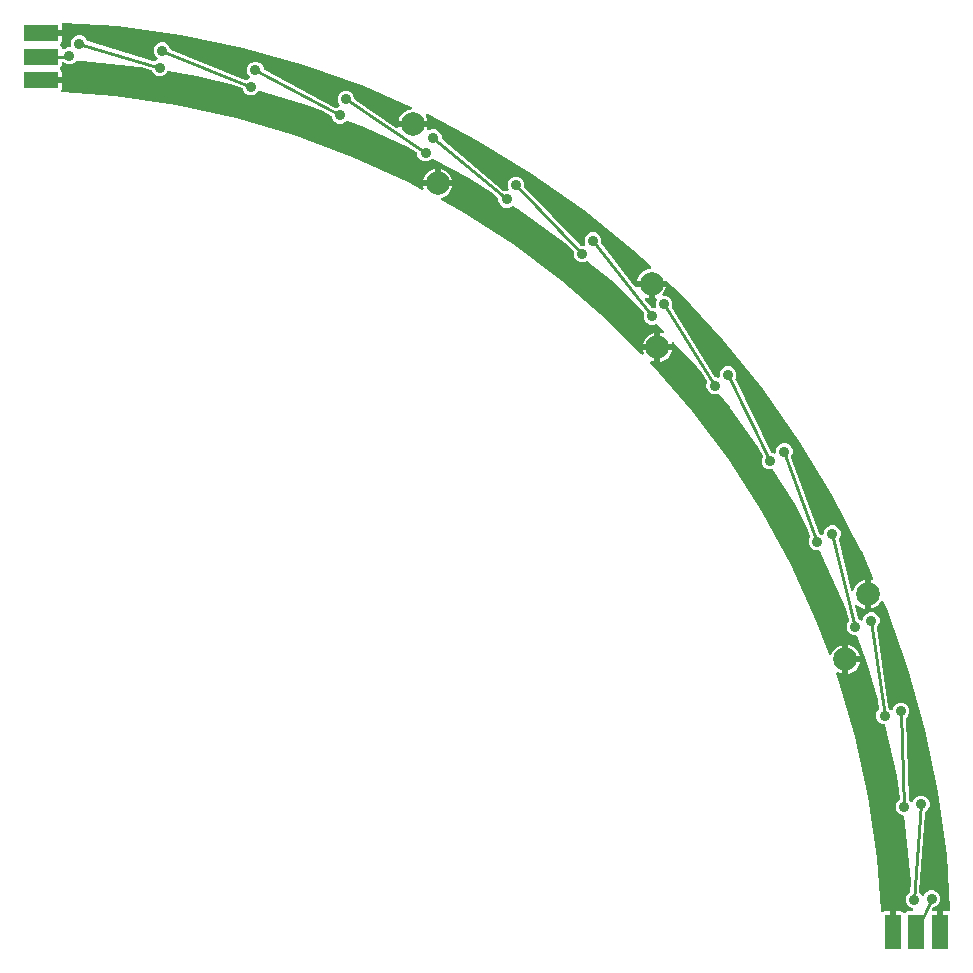
<source format=gbr>
G04 EAGLE Gerber RS-274X export*
G75*
%MOMM*%
%FSLAX34Y34*%
%LPD*%
%INBottom Copper*%
%IPPOS*%
%AMOC8*
5,1,8,0,0,1.08239X$1,22.5*%
G01*
%ADD10R,3.000000X1.400000*%
%ADD11R,1.400000X3.000000*%
%ADD12C,2.000000*%
%ADD13C,0.906400*%
%ADD14C,0.254000*%

G36*
X737638Y15016D02*
X737638Y15016D01*
X737757Y15023D01*
X737795Y15036D01*
X737835Y15041D01*
X737946Y15085D01*
X738059Y15121D01*
X738094Y15143D01*
X738131Y15158D01*
X738227Y15228D01*
X738328Y15291D01*
X738356Y15321D01*
X738388Y15345D01*
X738464Y15436D01*
X738546Y15523D01*
X738565Y15558D01*
X738591Y15590D01*
X738642Y15697D01*
X738699Y15801D01*
X738710Y15841D01*
X738727Y15877D01*
X738749Y15994D01*
X738779Y16109D01*
X738783Y16170D01*
X738787Y16190D01*
X738785Y16210D01*
X738789Y16270D01*
X738789Y32541D01*
X743584Y32541D01*
X744231Y32368D01*
X744810Y32033D01*
X745352Y31491D01*
X745447Y31418D01*
X745536Y31339D01*
X745572Y31320D01*
X745604Y31296D01*
X745713Y31248D01*
X745819Y31194D01*
X745858Y31185D01*
X745896Y31169D01*
X746014Y31151D01*
X746129Y31125D01*
X746170Y31126D01*
X746210Y31119D01*
X746328Y31131D01*
X746447Y31134D01*
X746486Y31146D01*
X746526Y31149D01*
X746638Y31190D01*
X746753Y31223D01*
X746788Y31243D01*
X746826Y31257D01*
X746924Y31324D01*
X747027Y31384D01*
X747072Y31424D01*
X747089Y31435D01*
X747102Y31451D01*
X747147Y31491D01*
X748198Y32541D01*
X751893Y32541D01*
X752032Y32558D01*
X752171Y32571D01*
X752189Y32578D01*
X752209Y32581D01*
X752338Y32632D01*
X752470Y32679D01*
X752486Y32690D01*
X752504Y32698D01*
X752617Y32779D01*
X752733Y32858D01*
X752746Y32873D01*
X752762Y32884D01*
X752851Y32992D01*
X752943Y33097D01*
X752952Y33114D01*
X752965Y33129D01*
X753024Y33256D01*
X753087Y33380D01*
X753092Y33399D01*
X753100Y33417D01*
X753126Y33554D01*
X753157Y33691D01*
X753158Y33718D01*
X753160Y33729D01*
X753159Y33750D01*
X753162Y33851D01*
X753142Y34444D01*
X753141Y34452D01*
X753142Y34461D01*
X753116Y34610D01*
X753092Y34758D01*
X753089Y34766D01*
X753087Y34774D01*
X753026Y34911D01*
X752966Y35050D01*
X752960Y35056D01*
X752957Y35064D01*
X752863Y35181D01*
X752770Y35301D01*
X752764Y35306D01*
X752758Y35313D01*
X752638Y35403D01*
X752519Y35495D01*
X752511Y35499D01*
X752504Y35504D01*
X752360Y35575D01*
X750554Y36323D01*
X748565Y38312D01*
X747488Y40912D01*
X747488Y43725D01*
X748565Y46325D01*
X750588Y48348D01*
X750712Y48415D01*
X750723Y48425D01*
X750737Y48433D01*
X750840Y48533D01*
X750945Y48630D01*
X750954Y48644D01*
X750965Y48654D01*
X751040Y48777D01*
X751118Y48897D01*
X751123Y48912D01*
X751131Y48926D01*
X751174Y49063D01*
X751219Y49199D01*
X751222Y49220D01*
X751225Y49230D01*
X751226Y49248D01*
X751241Y49358D01*
X751825Y57574D01*
X751824Y57601D01*
X751828Y57627D01*
X751822Y57788D01*
X747821Y98411D01*
X747817Y98431D01*
X747810Y98493D01*
X745433Y112892D01*
X745409Y112974D01*
X745394Y113058D01*
X745363Y113126D01*
X745342Y113197D01*
X745298Y113270D01*
X745264Y113348D01*
X745217Y113406D01*
X745179Y113470D01*
X745118Y113530D01*
X745065Y113596D01*
X745005Y113641D01*
X744952Y113693D01*
X744879Y113736D01*
X744811Y113787D01*
X744686Y113848D01*
X744678Y113854D01*
X744674Y113855D01*
X744666Y113858D01*
X741997Y114964D01*
X740008Y116953D01*
X738931Y119553D01*
X738931Y122367D01*
X740008Y124966D01*
X741599Y126558D01*
X741673Y126653D01*
X741752Y126743D01*
X741770Y126778D01*
X741794Y126809D01*
X741842Y126919D01*
X741896Y127026D01*
X741905Y127065D01*
X741920Y127101D01*
X741939Y127219D01*
X741965Y127337D01*
X741967Y127395D01*
X741970Y127415D01*
X741968Y127435D01*
X741970Y127498D01*
X741703Y135421D01*
X741702Y135422D01*
X741703Y135424D01*
X741686Y135585D01*
X739784Y147110D01*
X739778Y147130D01*
X739767Y147191D01*
X729734Y190222D01*
X729688Y190347D01*
X729647Y190473D01*
X729633Y190496D01*
X729624Y190520D01*
X729548Y190630D01*
X729477Y190742D01*
X729457Y190760D01*
X729442Y190782D01*
X729342Y190869D01*
X729245Y190960D01*
X729222Y190973D01*
X729202Y190990D01*
X729083Y191049D01*
X728967Y191113D01*
X728941Y191120D01*
X728917Y191132D01*
X728787Y191160D01*
X728659Y191193D01*
X728621Y191195D01*
X728606Y191198D01*
X728585Y191198D01*
X728498Y191203D01*
X727866Y191203D01*
X725267Y192280D01*
X723277Y194269D01*
X722201Y196869D01*
X722201Y199683D01*
X723277Y202282D01*
X724226Y203231D01*
X724243Y203253D01*
X724264Y203271D01*
X724338Y203375D01*
X724391Y203439D01*
X724396Y203450D01*
X724421Y203482D01*
X724432Y203508D01*
X724448Y203530D01*
X724495Y203653D01*
X724547Y203774D01*
X724552Y203801D01*
X724562Y203827D01*
X724577Y203958D01*
X724597Y204088D01*
X724595Y204116D01*
X724598Y204143D01*
X724586Y204304D01*
X723556Y211690D01*
X723552Y211708D01*
X723551Y211727D01*
X723514Y211883D01*
X714253Y242412D01*
X714245Y242431D01*
X714226Y242491D01*
X705557Y265525D01*
X705538Y265560D01*
X705531Y265583D01*
X705527Y265588D01*
X705518Y265617D01*
X705460Y265709D01*
X705409Y265806D01*
X705375Y265843D01*
X705348Y265886D01*
X705268Y265961D01*
X705195Y266041D01*
X705153Y266069D01*
X705116Y266104D01*
X705021Y266156D01*
X704929Y266216D01*
X704882Y266233D01*
X704838Y266257D01*
X704732Y266284D01*
X704629Y266320D01*
X704578Y266324D01*
X704530Y266337D01*
X704369Y266347D01*
X703146Y266347D01*
X700546Y267424D01*
X698557Y269413D01*
X697480Y272013D01*
X697480Y274826D01*
X698557Y277426D01*
X698912Y277781D01*
X698969Y277855D01*
X699034Y277923D01*
X699066Y277980D01*
X699107Y278032D01*
X699144Y278118D01*
X699190Y278200D01*
X699207Y278264D01*
X699233Y278324D01*
X699248Y278417D01*
X699272Y278507D01*
X699273Y278573D01*
X699283Y278638D01*
X699274Y278732D01*
X699275Y278825D01*
X699255Y278936D01*
X699253Y278955D01*
X699250Y278963D01*
X699246Y278984D01*
X696870Y288562D01*
X696857Y288595D01*
X696851Y288630D01*
X696794Y288780D01*
X676501Y333567D01*
X676491Y333585D01*
X676465Y333642D01*
X674229Y337824D01*
X674156Y337927D01*
X674089Y338034D01*
X674064Y338056D01*
X674045Y338083D01*
X673949Y338165D01*
X673857Y338252D01*
X673828Y338268D01*
X673803Y338289D01*
X673689Y338344D01*
X673578Y338405D01*
X673546Y338413D01*
X673517Y338428D01*
X673392Y338453D01*
X673270Y338485D01*
X673223Y338488D01*
X673205Y338491D01*
X673183Y338490D01*
X673110Y338495D01*
X670706Y338495D01*
X668107Y339572D01*
X666117Y341561D01*
X665040Y344161D01*
X665040Y346974D01*
X666189Y349749D01*
X666208Y349817D01*
X666236Y349882D01*
X666250Y349970D01*
X666273Y350055D01*
X666275Y350126D01*
X666286Y350196D01*
X666277Y350284D01*
X666278Y350373D01*
X666262Y350442D01*
X666255Y350513D01*
X666210Y350667D01*
X663805Y357298D01*
X663801Y357307D01*
X663798Y357317D01*
X663732Y357463D01*
X653237Y377098D01*
X653225Y377115D01*
X653195Y377170D01*
X635095Y406278D01*
X635085Y406290D01*
X635078Y406304D01*
X634985Y406413D01*
X634894Y406525D01*
X634882Y406534D01*
X634872Y406546D01*
X634754Y406628D01*
X634639Y406714D01*
X634625Y406720D01*
X634612Y406729D01*
X634477Y406780D01*
X634344Y406834D01*
X634329Y406836D01*
X634314Y406841D01*
X634171Y406857D01*
X634029Y406877D01*
X634014Y406875D01*
X633998Y406876D01*
X633858Y406857D01*
X630903Y406857D01*
X628303Y407933D01*
X626314Y409923D01*
X625237Y412522D01*
X625237Y415336D01*
X626008Y417198D01*
X626044Y417329D01*
X626085Y417460D01*
X626086Y417483D01*
X626092Y417504D01*
X626094Y417641D01*
X626101Y417778D01*
X626096Y417800D01*
X626097Y417822D01*
X626065Y417956D01*
X626038Y418089D01*
X626026Y418119D01*
X626023Y418132D01*
X626013Y418150D01*
X625977Y418238D01*
X622313Y425773D01*
X622298Y425795D01*
X622288Y425820D01*
X622203Y425957D01*
X598427Y459137D01*
X598413Y459152D01*
X598376Y459203D01*
X589052Y470564D01*
X588985Y470628D01*
X588926Y470697D01*
X588870Y470736D01*
X588821Y470783D01*
X588740Y470828D01*
X588666Y470880D01*
X588602Y470904D01*
X588543Y470937D01*
X588454Y470961D01*
X588368Y470993D01*
X588301Y471001D01*
X588235Y471018D01*
X588143Y471018D01*
X588052Y471028D01*
X587985Y471019D01*
X587917Y471019D01*
X587828Y470997D01*
X587737Y470984D01*
X587625Y470945D01*
X587609Y470941D01*
X587601Y470938D01*
X587585Y470932D01*
X586985Y470683D01*
X584171Y470683D01*
X581572Y471760D01*
X579582Y473750D01*
X578506Y476349D01*
X578506Y479163D01*
X578937Y480204D01*
X578948Y480247D01*
X578968Y480286D01*
X578990Y480400D01*
X579021Y480511D01*
X579021Y480555D01*
X579030Y480598D01*
X579024Y480714D01*
X579026Y480829D01*
X579015Y480872D01*
X579013Y480916D01*
X578978Y481026D01*
X578952Y481138D01*
X578931Y481177D01*
X578918Y481219D01*
X578841Y481361D01*
X574623Y488129D01*
X574622Y488130D01*
X574621Y488132D01*
X574527Y488263D01*
X567117Y497293D01*
X567102Y497307D01*
X567062Y497355D01*
X551400Y514077D01*
X551323Y514141D01*
X551252Y514212D01*
X551201Y514242D01*
X551155Y514280D01*
X551065Y514323D01*
X550978Y514374D01*
X550921Y514390D01*
X550868Y514416D01*
X550769Y514435D01*
X550673Y514463D01*
X550614Y514464D01*
X550556Y514476D01*
X550455Y514470D01*
X550355Y514473D01*
X550297Y514460D01*
X550238Y514456D01*
X550143Y514425D01*
X550045Y514404D01*
X549992Y514377D01*
X549936Y514358D01*
X549851Y514305D01*
X549761Y514259D01*
X549717Y514220D01*
X549667Y514189D01*
X549598Y514116D01*
X549523Y514049D01*
X549489Y514000D01*
X549449Y513957D01*
X549400Y513869D01*
X549344Y513786D01*
X549323Y513731D01*
X549295Y513679D01*
X549270Y513582D01*
X549235Y513487D01*
X549230Y513428D01*
X549215Y513371D01*
X549215Y513271D01*
X549205Y513171D01*
X549214Y513074D01*
X549214Y513053D01*
X549217Y513040D01*
X549220Y513010D01*
X549295Y512539D01*
X539539Y512539D01*
X539539Y522295D01*
X539937Y522232D01*
X540745Y521969D01*
X540747Y521969D01*
X540902Y521939D01*
X541057Y521909D01*
X541058Y521909D01*
X541059Y521909D01*
X541212Y521919D01*
X541375Y521929D01*
X541376Y521929D01*
X541377Y521929D01*
X541519Y521975D01*
X541677Y522026D01*
X541678Y522027D01*
X541679Y522027D01*
X541809Y522110D01*
X541946Y522196D01*
X541947Y522197D01*
X541948Y522198D01*
X542051Y522308D01*
X542164Y522428D01*
X542165Y522429D01*
X542237Y522560D01*
X542318Y522706D01*
X542318Y522707D01*
X542319Y522708D01*
X542352Y522838D01*
X542398Y523014D01*
X542398Y523015D01*
X542398Y523016D01*
X542398Y523172D01*
X542399Y523332D01*
X542398Y523333D01*
X542398Y523334D01*
X542361Y523478D01*
X542320Y523640D01*
X542320Y523641D01*
X542320Y523642D01*
X542243Y523781D01*
X542168Y523919D01*
X542167Y523920D01*
X542167Y523921D01*
X542165Y523922D01*
X542065Y524043D01*
X536835Y529627D01*
X536797Y529660D01*
X536764Y529698D01*
X536675Y529761D01*
X536591Y529830D01*
X536545Y529852D01*
X536504Y529881D01*
X536402Y529920D01*
X536303Y529966D01*
X536254Y529976D01*
X536207Y529994D01*
X536098Y530006D01*
X535991Y530026D01*
X535941Y530023D01*
X535891Y530029D01*
X535782Y530014D01*
X535673Y530007D01*
X535625Y529992D01*
X535576Y529984D01*
X535423Y529932D01*
X533838Y529276D01*
X531024Y529276D01*
X528425Y530353D01*
X526435Y532342D01*
X525359Y534942D01*
X525359Y537755D01*
X525473Y538031D01*
X525502Y538138D01*
X525539Y538242D01*
X525544Y538291D01*
X525557Y538338D01*
X525559Y538449D01*
X525569Y538559D01*
X525561Y538607D01*
X525562Y538656D01*
X525536Y538764D01*
X525519Y538873D01*
X525499Y538918D01*
X525488Y538965D01*
X525436Y539063D01*
X525392Y539164D01*
X525349Y539227D01*
X525339Y539247D01*
X525327Y539260D01*
X525301Y539297D01*
X520773Y545107D01*
X520760Y545120D01*
X520750Y545136D01*
X520640Y545253D01*
X497355Y567062D01*
X497338Y567074D01*
X497293Y567117D01*
X478310Y582696D01*
X478203Y582763D01*
X478099Y582836D01*
X478068Y582847D01*
X478040Y582865D01*
X477920Y582903D01*
X477802Y582948D01*
X477769Y582952D01*
X477738Y582962D01*
X477612Y582969D01*
X477486Y582983D01*
X477453Y582979D01*
X477420Y582981D01*
X477296Y582957D01*
X477171Y582939D01*
X477126Y582924D01*
X477108Y582920D01*
X477088Y582911D01*
X477019Y582887D01*
X474858Y581992D01*
X472044Y581992D01*
X469444Y583069D01*
X467455Y585058D01*
X466378Y587658D01*
X466378Y590401D01*
X466367Y590488D01*
X466366Y590575D01*
X466347Y590645D01*
X466338Y590717D01*
X466306Y590798D01*
X466283Y590882D01*
X466248Y590945D01*
X466221Y591013D01*
X466170Y591083D01*
X466127Y591159D01*
X466042Y591260D01*
X466034Y591270D01*
X466030Y591273D01*
X466023Y591282D01*
X459226Y598337D01*
X459198Y598359D01*
X459176Y598386D01*
X459051Y598488D01*
X419084Y627128D01*
X419065Y627138D01*
X419015Y627174D01*
X415011Y629664D01*
X414890Y629720D01*
X414771Y629780D01*
X414745Y629786D01*
X414722Y629797D01*
X414591Y629821D01*
X414461Y629850D01*
X414435Y629849D01*
X414409Y629854D01*
X414276Y629844D01*
X414143Y629840D01*
X414118Y629833D01*
X414091Y629831D01*
X413965Y629789D01*
X413838Y629752D01*
X413815Y629739D01*
X413790Y629730D01*
X413678Y629658D01*
X413564Y629590D01*
X413536Y629566D01*
X413523Y629557D01*
X413508Y629541D01*
X413443Y629484D01*
X413290Y629331D01*
X410690Y628254D01*
X407876Y628254D01*
X405277Y629331D01*
X403287Y631320D01*
X402210Y633920D01*
X402210Y635705D01*
X402191Y635858D01*
X402190Y635864D01*
X402188Y635901D01*
X402185Y635911D01*
X402173Y636009D01*
X402171Y636015D01*
X402171Y636021D01*
X402114Y636163D01*
X402059Y636306D01*
X402056Y636311D01*
X402054Y636316D01*
X401964Y636439D01*
X401875Y636565D01*
X401869Y636571D01*
X401867Y636574D01*
X401859Y636580D01*
X401758Y636676D01*
X396224Y641332D01*
X396215Y641337D01*
X396208Y641345D01*
X396077Y641438D01*
X377170Y653195D01*
X377151Y653204D01*
X377098Y653237D01*
X346742Y669462D01*
X346656Y669495D01*
X346575Y669537D01*
X346508Y669552D01*
X346445Y669576D01*
X346354Y669586D01*
X346264Y669606D01*
X346196Y669604D01*
X346129Y669612D01*
X346038Y669600D01*
X345946Y669597D01*
X345881Y669578D01*
X345814Y669569D01*
X345729Y669534D01*
X345641Y669508D01*
X345583Y669474D01*
X345520Y669448D01*
X345446Y669393D01*
X345367Y669347D01*
X345278Y669268D01*
X345264Y669258D01*
X345259Y669252D01*
X345246Y669240D01*
X344638Y668632D01*
X342038Y667555D01*
X339225Y667555D01*
X336625Y668632D01*
X334635Y670622D01*
X333559Y673221D01*
X333559Y674137D01*
X333551Y674197D01*
X333553Y674258D01*
X333531Y674354D01*
X333519Y674452D01*
X333496Y674509D01*
X333483Y674568D01*
X333438Y674656D01*
X333402Y674748D01*
X333366Y674797D01*
X333338Y674851D01*
X333273Y674925D01*
X333215Y675005D01*
X333168Y675044D01*
X333128Y675090D01*
X333000Y675188D01*
X326052Y679886D01*
X326028Y679899D01*
X326007Y679916D01*
X325865Y679991D01*
X288684Y696837D01*
X288665Y696844D01*
X288608Y696869D01*
X274823Y702057D01*
X274815Y702059D01*
X274807Y702063D01*
X274661Y702096D01*
X274514Y702131D01*
X274505Y702131D01*
X274497Y702133D01*
X274345Y702128D01*
X274196Y702126D01*
X274188Y702124D01*
X274179Y702123D01*
X274033Y702081D01*
X273889Y702042D01*
X273882Y702037D01*
X273873Y702035D01*
X273744Y701958D01*
X273613Y701884D01*
X273607Y701878D01*
X273600Y701873D01*
X273479Y701767D01*
X272254Y700542D01*
X269654Y699465D01*
X266841Y699465D01*
X264241Y700542D01*
X262252Y702532D01*
X261175Y705131D01*
X261175Y705229D01*
X261159Y705355D01*
X261149Y705482D01*
X261139Y705512D01*
X261135Y705545D01*
X261088Y705662D01*
X261048Y705783D01*
X261030Y705810D01*
X261018Y705840D01*
X260943Y705943D01*
X260874Y706049D01*
X260850Y706071D01*
X260831Y706098D01*
X260733Y706179D01*
X260640Y706264D01*
X260600Y706289D01*
X260586Y706300D01*
X260566Y706310D01*
X260503Y706349D01*
X253574Y710044D01*
X253572Y710044D01*
X253570Y710045D01*
X253424Y710112D01*
X242491Y714226D01*
X242471Y714231D01*
X242412Y714253D01*
X200221Y727052D01*
X200096Y727073D01*
X199973Y727101D01*
X199940Y727100D01*
X199907Y727105D01*
X199781Y727095D01*
X199655Y727091D01*
X199623Y727082D01*
X199590Y727079D01*
X199471Y727038D01*
X199349Y727003D01*
X199321Y726986D01*
X199290Y726975D01*
X199184Y726905D01*
X199075Y726841D01*
X199039Y726809D01*
X199024Y726799D01*
X199010Y726783D01*
X198955Y726735D01*
X196931Y724711D01*
X194332Y723634D01*
X191518Y723634D01*
X188918Y724711D01*
X186929Y726701D01*
X185975Y729004D01*
X185923Y729094D01*
X185880Y729189D01*
X185845Y729232D01*
X185817Y729280D01*
X185745Y729355D01*
X185679Y729435D01*
X185635Y729469D01*
X185596Y729509D01*
X185507Y729563D01*
X185424Y729625D01*
X185343Y729664D01*
X185325Y729675D01*
X185311Y729679D01*
X185279Y729695D01*
X178449Y732463D01*
X178431Y732468D01*
X178415Y732477D01*
X178261Y732523D01*
X147191Y739767D01*
X147171Y739770D01*
X147110Y739784D01*
X122924Y743777D01*
X122791Y743782D01*
X122658Y743792D01*
X122633Y743788D01*
X122606Y743789D01*
X122476Y743761D01*
X122345Y743738D01*
X122321Y743727D01*
X122295Y743721D01*
X122176Y743662D01*
X122055Y743607D01*
X122035Y743591D01*
X122011Y743579D01*
X121910Y743491D01*
X121807Y743409D01*
X121791Y743388D01*
X121771Y743370D01*
X121695Y743261D01*
X121616Y743155D01*
X121599Y743121D01*
X121590Y743109D01*
X121583Y743088D01*
X121545Y743010D01*
X121484Y742864D01*
X119495Y740874D01*
X116895Y739798D01*
X114081Y739798D01*
X111482Y740874D01*
X109492Y742864D01*
X108856Y744400D01*
X108854Y744403D01*
X108853Y744406D01*
X108776Y744540D01*
X108698Y744676D01*
X108696Y744679D01*
X108695Y744681D01*
X108585Y744793D01*
X108477Y744905D01*
X108474Y744906D01*
X108472Y744909D01*
X108338Y744990D01*
X108206Y745071D01*
X108203Y745072D01*
X108200Y745073D01*
X108049Y745130D01*
X100008Y747549D01*
X100007Y747550D01*
X100006Y747550D01*
X99849Y747586D01*
X98493Y747810D01*
X98472Y747811D01*
X98411Y747821D01*
X49373Y752651D01*
X49352Y752650D01*
X49290Y752656D01*
X45355Y752785D01*
X45237Y752774D01*
X45117Y752770D01*
X45078Y752759D01*
X45039Y752756D01*
X44926Y752715D01*
X44811Y752682D01*
X44777Y752662D01*
X44739Y752648D01*
X44640Y752581D01*
X44537Y752520D01*
X44493Y752481D01*
X44476Y752470D01*
X44462Y752455D01*
X44416Y752414D01*
X43006Y751004D01*
X40407Y749927D01*
X37593Y749927D01*
X34994Y751004D01*
X34708Y751290D01*
X34598Y751375D01*
X34491Y751464D01*
X34472Y751473D01*
X34456Y751485D01*
X34328Y751541D01*
X34203Y751600D01*
X34183Y751603D01*
X34164Y751611D01*
X34026Y751633D01*
X33890Y751659D01*
X33870Y751658D01*
X33850Y751661D01*
X33711Y751648D01*
X33573Y751640D01*
X33554Y751633D01*
X33534Y751632D01*
X33403Y751584D01*
X33271Y751542D01*
X33253Y751531D01*
X33234Y751524D01*
X33120Y751446D01*
X33002Y751371D01*
X32988Y751357D01*
X32971Y751345D01*
X32879Y751241D01*
X32784Y751140D01*
X32774Y751122D01*
X32761Y751107D01*
X32697Y750983D01*
X32630Y750861D01*
X32625Y750842D01*
X32616Y750824D01*
X32586Y750688D01*
X32551Y750553D01*
X32549Y750525D01*
X32546Y750513D01*
X32547Y750493D01*
X32541Y750393D01*
X32541Y748198D01*
X31491Y747147D01*
X31418Y747053D01*
X31339Y746964D01*
X31320Y746928D01*
X31296Y746896D01*
X31248Y746787D01*
X31194Y746681D01*
X31185Y746642D01*
X31169Y746604D01*
X31151Y746487D01*
X31125Y746371D01*
X31126Y746330D01*
X31119Y746290D01*
X31131Y746172D01*
X31134Y746053D01*
X31146Y746014D01*
X31149Y745974D01*
X31190Y745862D01*
X31223Y745747D01*
X31243Y745712D01*
X31257Y745674D01*
X31324Y745576D01*
X31384Y745473D01*
X31424Y745428D01*
X31435Y745411D01*
X31451Y745398D01*
X31491Y745352D01*
X32033Y744810D01*
X32368Y744231D01*
X32541Y743584D01*
X32541Y738789D01*
X16270Y738789D01*
X16152Y738774D01*
X16033Y738767D01*
X15995Y738754D01*
X15955Y738749D01*
X15844Y738705D01*
X15731Y738669D01*
X15696Y738647D01*
X15659Y738632D01*
X15563Y738562D01*
X15462Y738499D01*
X15434Y738469D01*
X15402Y738445D01*
X15326Y738354D01*
X15244Y738267D01*
X15225Y738232D01*
X15199Y738200D01*
X15148Y738093D01*
X15091Y737989D01*
X15080Y737949D01*
X15063Y737913D01*
X15041Y737796D01*
X15011Y737681D01*
X15007Y737620D01*
X15003Y737600D01*
X15005Y737580D01*
X15001Y737520D01*
X15001Y734980D01*
X15016Y734862D01*
X15023Y734743D01*
X15036Y734705D01*
X15041Y734665D01*
X15085Y734554D01*
X15121Y734441D01*
X15143Y734406D01*
X15158Y734369D01*
X15228Y734273D01*
X15291Y734172D01*
X15321Y734144D01*
X15345Y734111D01*
X15436Y734036D01*
X15523Y733954D01*
X15558Y733934D01*
X15590Y733909D01*
X15697Y733858D01*
X15801Y733800D01*
X15841Y733790D01*
X15877Y733773D01*
X15994Y733751D01*
X16109Y733721D01*
X16170Y733717D01*
X16190Y733713D01*
X16210Y733715D01*
X16270Y733711D01*
X32541Y733711D01*
X32541Y728916D01*
X32368Y728269D01*
X32168Y727924D01*
X32135Y727844D01*
X32092Y727768D01*
X32073Y727698D01*
X32045Y727631D01*
X32032Y727545D01*
X32010Y727460D01*
X32009Y727388D01*
X31999Y727317D01*
X32008Y727230D01*
X32007Y727142D01*
X32024Y727072D01*
X32032Y727000D01*
X32062Y726919D01*
X32083Y726834D01*
X32117Y726770D01*
X32143Y726702D01*
X32192Y726631D01*
X32234Y726553D01*
X32283Y726500D01*
X32324Y726441D01*
X32390Y726384D01*
X32449Y726320D01*
X32510Y726280D01*
X32565Y726233D01*
X32643Y726194D01*
X32716Y726147D01*
X32784Y726124D01*
X32849Y726091D01*
X32935Y726073D01*
X33018Y726045D01*
X33148Y726028D01*
X33160Y726025D01*
X33166Y726025D01*
X33177Y726024D01*
X77713Y722838D01*
X129082Y715453D01*
X179793Y704421D01*
X229588Y689800D01*
X278212Y671664D01*
X325420Y650105D01*
X337249Y643646D01*
X337397Y643588D01*
X337541Y643531D01*
X337543Y643531D01*
X337545Y643530D01*
X337703Y643510D01*
X337856Y643491D01*
X337858Y643491D01*
X337860Y643491D01*
X338017Y643511D01*
X338172Y643531D01*
X338174Y643531D01*
X338176Y643532D01*
X338322Y643590D01*
X338468Y643647D01*
X338469Y643649D01*
X338471Y643649D01*
X338593Y643738D01*
X338725Y643834D01*
X338726Y643836D01*
X338728Y643837D01*
X338826Y643955D01*
X338928Y644079D01*
X338929Y644081D01*
X338930Y644082D01*
X338997Y644224D01*
X339064Y644367D01*
X339064Y644369D01*
X339065Y644370D01*
X339094Y644527D01*
X339124Y644679D01*
X339124Y644681D01*
X339124Y644683D01*
X339114Y644840D01*
X339104Y644996D01*
X339103Y644999D01*
X339103Y645000D01*
X339102Y645004D01*
X339064Y645152D01*
X338768Y646063D01*
X338705Y646461D01*
X349730Y646461D01*
X349848Y646476D01*
X349967Y646483D01*
X350005Y646496D01*
X350045Y646501D01*
X350156Y646544D01*
X350269Y646581D01*
X350304Y646603D01*
X350341Y646618D01*
X350437Y646688D01*
X350538Y646751D01*
X350566Y646781D01*
X350598Y646805D01*
X350674Y646896D01*
X350756Y646983D01*
X350775Y647018D01*
X350801Y647049D01*
X350852Y647157D01*
X350909Y647261D01*
X350920Y647301D01*
X350937Y647337D01*
X350959Y647454D01*
X350989Y647569D01*
X350993Y647630D01*
X350997Y647650D01*
X350995Y647670D01*
X350999Y647730D01*
X350999Y649001D01*
X351001Y649001D01*
X351001Y647730D01*
X351016Y647612D01*
X351023Y647493D01*
X351036Y647455D01*
X351041Y647415D01*
X351085Y647304D01*
X351121Y647191D01*
X351143Y647156D01*
X351158Y647119D01*
X351228Y647023D01*
X351291Y646922D01*
X351321Y646894D01*
X351345Y646861D01*
X351436Y646786D01*
X351523Y646704D01*
X351558Y646684D01*
X351590Y646659D01*
X351697Y646608D01*
X351801Y646550D01*
X351841Y646540D01*
X351877Y646523D01*
X351994Y646501D01*
X352109Y646471D01*
X352170Y646467D01*
X352190Y646463D01*
X352210Y646465D01*
X352270Y646461D01*
X363295Y646461D01*
X363232Y646063D01*
X362622Y644186D01*
X361726Y642427D01*
X360566Y640830D01*
X359170Y639434D01*
X357573Y638274D01*
X355814Y637378D01*
X354172Y636844D01*
X354062Y636793D01*
X353950Y636748D01*
X353919Y636726D01*
X353884Y636709D01*
X353791Y636632D01*
X353693Y636561D01*
X353669Y636531D01*
X353639Y636506D01*
X353568Y636408D01*
X353491Y636315D01*
X353475Y636280D01*
X353452Y636249D01*
X353407Y636136D01*
X353356Y636027D01*
X353349Y635989D01*
X353335Y635954D01*
X353320Y635833D01*
X353297Y635715D01*
X353300Y635676D01*
X353295Y635638D01*
X353310Y635518D01*
X353318Y635397D01*
X353330Y635361D01*
X353334Y635323D01*
X353379Y635210D01*
X353417Y635095D01*
X353437Y635062D01*
X353451Y635027D01*
X353522Y634929D01*
X353587Y634827D01*
X353615Y634800D01*
X353638Y634769D01*
X353731Y634692D01*
X353820Y634609D01*
X353868Y634579D01*
X353883Y634566D01*
X353902Y634557D01*
X353956Y634523D01*
X370969Y625234D01*
X414627Y597176D01*
X456173Y566075D01*
X495393Y532090D01*
X523122Y504361D01*
X523138Y504349D01*
X523151Y504334D01*
X523263Y504252D01*
X523374Y504166D01*
X523392Y504159D01*
X523408Y504147D01*
X523537Y504096D01*
X523665Y504040D01*
X523685Y504037D01*
X523704Y504030D01*
X523842Y504012D01*
X523980Y503990D01*
X523999Y503992D01*
X524019Y503990D01*
X524157Y504007D01*
X524296Y504020D01*
X524315Y504027D01*
X524335Y504029D01*
X524464Y504080D01*
X524595Y504128D01*
X524612Y504139D01*
X524630Y504146D01*
X524743Y504228D01*
X524859Y504306D01*
X524872Y504321D01*
X524888Y504333D01*
X524977Y504440D01*
X525069Y504545D01*
X525078Y504562D01*
X525091Y504578D01*
X525150Y504704D01*
X525214Y504828D01*
X525218Y504847D01*
X525227Y504865D01*
X525253Y505002D01*
X525283Y505138D01*
X525283Y505158D01*
X525286Y505178D01*
X525278Y505317D01*
X525274Y505456D01*
X525268Y505475D01*
X525267Y505495D01*
X525227Y505651D01*
X524768Y507063D01*
X524705Y507461D01*
X534461Y507461D01*
X534461Y497705D01*
X534063Y497768D01*
X532651Y498227D01*
X532632Y498231D01*
X532613Y498239D01*
X532476Y498260D01*
X532339Y498287D01*
X532319Y498285D01*
X532299Y498288D01*
X532160Y498275D01*
X532021Y498267D01*
X532002Y498261D01*
X531983Y498259D01*
X531851Y498211D01*
X531719Y498168D01*
X531702Y498158D01*
X531683Y498151D01*
X531568Y498073D01*
X531450Y497998D01*
X531437Y497984D01*
X531420Y497972D01*
X531328Y497868D01*
X531232Y497766D01*
X531223Y497749D01*
X531210Y497734D01*
X531146Y497610D01*
X531079Y497488D01*
X531074Y497469D01*
X531065Y497451D01*
X531035Y497315D01*
X531000Y497180D01*
X531000Y497160D01*
X530995Y497140D01*
X531000Y497001D01*
X531000Y496862D01*
X531004Y496843D01*
X531005Y496823D01*
X531044Y496689D01*
X531078Y496554D01*
X531088Y496536D01*
X531093Y496517D01*
X531164Y496397D01*
X531231Y496275D01*
X531245Y496260D01*
X531255Y496243D01*
X531361Y496122D01*
X532090Y495394D01*
X566076Y456172D01*
X597176Y414627D01*
X625234Y370968D01*
X650105Y325419D01*
X671664Y278212D01*
X681945Y250649D01*
X681969Y250602D01*
X681985Y250552D01*
X682043Y250462D01*
X682092Y250367D01*
X682127Y250328D01*
X682156Y250284D01*
X682234Y250210D01*
X682305Y250131D01*
X682349Y250102D01*
X682387Y250066D01*
X682481Y250014D01*
X682570Y249955D01*
X682620Y249938D01*
X682666Y249913D01*
X682769Y249886D01*
X682871Y249851D01*
X682923Y249846D01*
X682974Y249833D01*
X683081Y249833D01*
X683188Y249824D01*
X683239Y249833D01*
X683292Y249833D01*
X683396Y249859D01*
X683501Y249877D01*
X683549Y249899D01*
X683600Y249912D01*
X683694Y249963D01*
X683792Y250007D01*
X683833Y250039D01*
X683879Y250065D01*
X683957Y250138D01*
X684041Y250204D01*
X684073Y250246D01*
X684111Y250282D01*
X684169Y250373D01*
X684233Y250458D01*
X684254Y250506D01*
X684282Y250551D01*
X684341Y250700D01*
X684378Y250814D01*
X685274Y252573D01*
X686434Y254170D01*
X687830Y255566D01*
X689427Y256726D01*
X691186Y257622D01*
X693063Y258232D01*
X693461Y258295D01*
X693461Y247270D01*
X693476Y247152D01*
X693483Y247033D01*
X693496Y246995D01*
X693501Y246955D01*
X693544Y246844D01*
X693581Y246731D01*
X693603Y246696D01*
X693618Y246659D01*
X693688Y246563D01*
X693751Y246462D01*
X693781Y246434D01*
X693805Y246402D01*
X693896Y246326D01*
X693983Y246244D01*
X694018Y246225D01*
X694049Y246199D01*
X694157Y246148D01*
X694261Y246091D01*
X694301Y246080D01*
X694337Y246063D01*
X694454Y246041D01*
X694569Y246011D01*
X694630Y246007D01*
X694650Y246003D01*
X694670Y246005D01*
X694730Y246001D01*
X696001Y246001D01*
X696001Y245999D01*
X694730Y245999D01*
X694612Y245984D01*
X694493Y245977D01*
X694455Y245964D01*
X694415Y245959D01*
X694304Y245915D01*
X694191Y245879D01*
X694156Y245857D01*
X694119Y245842D01*
X694023Y245772D01*
X693922Y245709D01*
X693894Y245679D01*
X693861Y245655D01*
X693786Y245564D01*
X693704Y245477D01*
X693684Y245442D01*
X693659Y245410D01*
X693608Y245303D01*
X693550Y245199D01*
X693540Y245159D01*
X693523Y245123D01*
X693501Y245006D01*
X693471Y244891D01*
X693467Y244830D01*
X693463Y244810D01*
X693465Y244790D01*
X693461Y244730D01*
X693461Y233705D01*
X693063Y233768D01*
X691186Y234378D01*
X690174Y234894D01*
X690167Y234896D01*
X690161Y234900D01*
X690018Y234950D01*
X689875Y235002D01*
X689867Y235002D01*
X689861Y235005D01*
X689709Y235017D01*
X689558Y235032D01*
X689551Y235030D01*
X689544Y235031D01*
X689392Y235005D01*
X689244Y234982D01*
X689237Y234979D01*
X689230Y234978D01*
X689091Y234916D01*
X688952Y234856D01*
X688946Y234851D01*
X688940Y234848D01*
X688821Y234754D01*
X688701Y234661D01*
X688696Y234655D01*
X688691Y234651D01*
X688599Y234530D01*
X688505Y234410D01*
X688503Y234403D01*
X688498Y234398D01*
X688439Y234257D01*
X688379Y234118D01*
X688378Y234111D01*
X688375Y234104D01*
X688353Y233954D01*
X688329Y233804D01*
X688330Y233797D01*
X688329Y233790D01*
X688344Y233638D01*
X688359Y233487D01*
X688361Y233481D01*
X688362Y233474D01*
X688408Y233319D01*
X689800Y229588D01*
X704421Y179793D01*
X715453Y129082D01*
X722838Y77713D01*
X726024Y33177D01*
X726041Y33091D01*
X726048Y33004D01*
X726072Y32936D01*
X726086Y32865D01*
X726124Y32786D01*
X726153Y32704D01*
X726192Y32644D01*
X726224Y32579D01*
X726280Y32512D01*
X726328Y32439D01*
X726382Y32391D01*
X726429Y32335D01*
X726499Y32285D01*
X726564Y32226D01*
X726629Y32192D01*
X726687Y32150D01*
X726769Y32119D01*
X726846Y32078D01*
X726916Y32062D01*
X726984Y32036D01*
X727071Y32025D01*
X727156Y32005D01*
X727228Y32007D01*
X727300Y31998D01*
X727386Y32010D01*
X727474Y32012D01*
X727543Y32031D01*
X727615Y32041D01*
X727696Y32074D01*
X727780Y32097D01*
X727898Y32155D01*
X727910Y32160D01*
X727914Y32163D01*
X727924Y32168D01*
X728269Y32368D01*
X728916Y32541D01*
X733711Y32541D01*
X733711Y16270D01*
X733726Y16152D01*
X733733Y16033D01*
X733746Y15995D01*
X733751Y15955D01*
X733794Y15844D01*
X733831Y15731D01*
X733853Y15696D01*
X733868Y15659D01*
X733938Y15563D01*
X734001Y15462D01*
X734031Y15434D01*
X734055Y15402D01*
X734146Y15326D01*
X734233Y15244D01*
X734268Y15225D01*
X734299Y15199D01*
X734407Y15148D01*
X734511Y15091D01*
X734551Y15080D01*
X734587Y15063D01*
X734704Y15041D01*
X734819Y15011D01*
X734880Y15007D01*
X734900Y15003D01*
X734920Y15005D01*
X734980Y15001D01*
X737520Y15001D01*
X737638Y15016D01*
G37*
G36*
X716388Y301016D02*
X716388Y301016D01*
X716507Y301023D01*
X716545Y301036D01*
X716585Y301041D01*
X716696Y301085D01*
X716809Y301121D01*
X716844Y301143D01*
X716881Y301158D01*
X716977Y301228D01*
X717078Y301291D01*
X717106Y301321D01*
X717138Y301345D01*
X717214Y301436D01*
X717296Y301523D01*
X717315Y301558D01*
X717341Y301590D01*
X717392Y301697D01*
X717449Y301801D01*
X717460Y301841D01*
X717477Y301877D01*
X717499Y301994D01*
X717529Y302109D01*
X717533Y302170D01*
X717537Y302190D01*
X717535Y302210D01*
X717539Y302270D01*
X717539Y313295D01*
X717937Y313232D01*
X718064Y313191D01*
X718162Y313172D01*
X718259Y313144D01*
X718318Y313142D01*
X718376Y313131D01*
X718476Y313137D01*
X718577Y313134D01*
X718635Y313147D01*
X718694Y313151D01*
X718789Y313182D01*
X718887Y313204D01*
X718940Y313231D01*
X718996Y313249D01*
X719081Y313303D01*
X719170Y313348D01*
X719215Y313388D01*
X719265Y313419D01*
X719334Y313492D01*
X719409Y313559D01*
X719442Y313608D01*
X719483Y313651D01*
X719531Y313739D01*
X719587Y313822D01*
X719608Y313878D01*
X719636Y313930D01*
X719661Y314027D01*
X719695Y314121D01*
X719701Y314180D01*
X719715Y314238D01*
X719715Y314338D01*
X719725Y314438D01*
X719716Y314496D01*
X719716Y314556D01*
X719691Y314653D01*
X719675Y314752D01*
X719642Y314843D01*
X719637Y314864D01*
X719631Y314875D01*
X719620Y314903D01*
X709798Y337517D01*
X709787Y337535D01*
X709761Y337595D01*
X685110Y385169D01*
X685098Y385186D01*
X685068Y385244D01*
X657228Y431024D01*
X657215Y431041D01*
X657181Y431097D01*
X626282Y474870D01*
X626268Y474886D01*
X626230Y474939D01*
X592416Y516502D01*
X592412Y516505D01*
X592410Y516509D01*
X592395Y516523D01*
X592359Y516568D01*
X555787Y555726D01*
X555771Y555740D01*
X555726Y555787D01*
X544579Y566198D01*
X544516Y566243D01*
X544460Y566296D01*
X544388Y566336D01*
X544321Y566384D01*
X544249Y566412D01*
X544182Y566449D01*
X544102Y566470D01*
X544026Y566500D01*
X543949Y566510D01*
X543874Y566529D01*
X543713Y566539D01*
X533270Y566539D01*
X533152Y566524D01*
X533033Y566517D01*
X532995Y566504D01*
X532955Y566499D01*
X532844Y566455D01*
X532731Y566419D01*
X532696Y566397D01*
X532659Y566382D01*
X532563Y566312D01*
X532462Y566249D01*
X532434Y566219D01*
X532402Y566195D01*
X532326Y566104D01*
X532244Y566017D01*
X532225Y565982D01*
X532199Y565950D01*
X532148Y565843D01*
X532091Y565739D01*
X532080Y565699D01*
X532063Y565663D01*
X532041Y565546D01*
X532011Y565431D01*
X532007Y565370D01*
X532003Y565350D01*
X532005Y565330D01*
X532001Y565270D01*
X532001Y563999D01*
X531999Y563999D01*
X531999Y565270D01*
X531984Y565388D01*
X531977Y565507D01*
X531964Y565545D01*
X531959Y565585D01*
X531915Y565696D01*
X531879Y565809D01*
X531857Y565844D01*
X531842Y565881D01*
X531772Y565977D01*
X531709Y566078D01*
X531679Y566106D01*
X531655Y566138D01*
X531564Y566214D01*
X531477Y566296D01*
X531442Y566315D01*
X531410Y566341D01*
X531303Y566392D01*
X531199Y566449D01*
X531159Y566460D01*
X531123Y566477D01*
X531006Y566499D01*
X530891Y566529D01*
X530830Y566533D01*
X530810Y566537D01*
X530790Y566535D01*
X530730Y566539D01*
X519705Y566539D01*
X519768Y566937D01*
X520378Y568814D01*
X521274Y570573D01*
X522434Y572170D01*
X523830Y573566D01*
X525427Y574726D01*
X527186Y575622D01*
X529063Y576232D01*
X530575Y576471D01*
X530634Y576489D01*
X530695Y576496D01*
X530787Y576533D01*
X530881Y576560D01*
X530934Y576591D01*
X530991Y576614D01*
X531070Y576672D01*
X531155Y576722D01*
X531198Y576765D01*
X531248Y576802D01*
X531310Y576877D01*
X531379Y576947D01*
X531411Y577000D01*
X531450Y577047D01*
X531491Y577136D01*
X531541Y577220D01*
X531559Y577280D01*
X531585Y577335D01*
X531603Y577431D01*
X531630Y577526D01*
X531632Y577587D01*
X531644Y577648D01*
X531637Y577745D01*
X531641Y577844D01*
X531627Y577904D01*
X531623Y577965D01*
X531593Y578058D01*
X531571Y578154D01*
X531543Y578209D01*
X531524Y578267D01*
X531472Y578350D01*
X531427Y578438D01*
X531387Y578484D01*
X531354Y578535D01*
X531243Y578653D01*
X516568Y592359D01*
X516550Y592371D01*
X516502Y592416D01*
X474939Y626230D01*
X474921Y626241D01*
X474870Y626282D01*
X431097Y657181D01*
X431078Y657191D01*
X431024Y657228D01*
X385244Y685068D01*
X385225Y685076D01*
X385169Y685110D01*
X342459Y707241D01*
X342380Y707270D01*
X342305Y707308D01*
X342231Y707324D01*
X342160Y707351D01*
X342077Y707359D01*
X341995Y707377D01*
X341919Y707375D01*
X341844Y707383D01*
X341761Y707370D01*
X341677Y707368D01*
X341604Y707346D01*
X341529Y707335D01*
X341452Y707302D01*
X341371Y707279D01*
X341306Y707240D01*
X341236Y707211D01*
X341170Y707160D01*
X341097Y707117D01*
X341044Y707064D01*
X340984Y707018D01*
X340932Y706952D01*
X340872Y706893D01*
X340834Y706828D01*
X340787Y706768D01*
X340753Y706691D01*
X340710Y706619D01*
X340689Y706546D01*
X340659Y706477D01*
X340645Y706394D01*
X340621Y706314D01*
X340619Y706238D01*
X340606Y706163D01*
X340614Y706080D01*
X340611Y705996D01*
X340627Y705922D01*
X340634Y705847D01*
X340662Y705767D01*
X340680Y705685D01*
X340736Y705554D01*
X340739Y705547D01*
X340741Y705544D01*
X340744Y705538D01*
X341622Y703814D01*
X342232Y701937D01*
X342295Y701539D01*
X331270Y701539D01*
X331152Y701524D01*
X331033Y701517D01*
X330995Y701504D01*
X330955Y701499D01*
X330844Y701455D01*
X330731Y701419D01*
X330696Y701397D01*
X330659Y701382D01*
X330563Y701312D01*
X330462Y701249D01*
X330434Y701219D01*
X330402Y701195D01*
X330326Y701104D01*
X330244Y701017D01*
X330225Y700982D01*
X330199Y700950D01*
X330148Y700843D01*
X330091Y700739D01*
X330080Y700699D01*
X330063Y700663D01*
X330041Y700546D01*
X330011Y700431D01*
X330007Y700370D01*
X330003Y700350D01*
X330005Y700330D01*
X330001Y700270D01*
X330001Y697730D01*
X330016Y697612D01*
X330023Y697493D01*
X330036Y697455D01*
X330041Y697415D01*
X330085Y697304D01*
X330121Y697191D01*
X330143Y697156D01*
X330158Y697119D01*
X330228Y697023D01*
X330291Y696922D01*
X330321Y696894D01*
X330345Y696861D01*
X330436Y696786D01*
X330523Y696704D01*
X330558Y696684D01*
X330590Y696659D01*
X330697Y696608D01*
X330801Y696550D01*
X330841Y696540D01*
X330877Y696523D01*
X330994Y696501D01*
X331109Y696471D01*
X331170Y696467D01*
X331190Y696463D01*
X331210Y696465D01*
X331270Y696461D01*
X342295Y696461D01*
X342232Y696063D01*
X342001Y695354D01*
X341984Y695266D01*
X341958Y695180D01*
X341955Y695110D01*
X341942Y695041D01*
X341947Y694952D01*
X341943Y694862D01*
X341957Y694794D01*
X341962Y694724D01*
X341989Y694639D01*
X342007Y694551D01*
X342038Y694488D01*
X342060Y694421D01*
X342108Y694346D01*
X342147Y694265D01*
X342193Y694212D01*
X342230Y694153D01*
X342295Y694091D01*
X342353Y694023D01*
X342411Y693983D01*
X342462Y693935D01*
X342540Y693892D01*
X342613Y693840D01*
X342679Y693815D01*
X342740Y693782D01*
X342827Y693759D01*
X342911Y693728D01*
X342981Y693720D01*
X343048Y693702D01*
X343138Y693702D01*
X343227Y693692D01*
X343296Y693702D01*
X343366Y693702D01*
X343453Y693724D01*
X343542Y693737D01*
X343660Y693777D01*
X343675Y693781D01*
X343680Y693784D01*
X343694Y693789D01*
X345760Y694644D01*
X348574Y694644D01*
X351173Y693568D01*
X353163Y691578D01*
X354240Y688979D01*
X354240Y687193D01*
X354259Y687040D01*
X354277Y686889D01*
X354279Y686884D01*
X354279Y686878D01*
X354336Y686736D01*
X354391Y686592D01*
X354394Y686587D01*
X354396Y686582D01*
X354486Y686459D01*
X354575Y686333D01*
X354581Y686328D01*
X354583Y686325D01*
X354591Y686319D01*
X354692Y686222D01*
X406561Y642596D01*
X406674Y642523D01*
X406783Y642446D01*
X406807Y642437D01*
X406828Y642423D01*
X406956Y642380D01*
X407081Y642333D01*
X407106Y642330D01*
X407130Y642322D01*
X407264Y642313D01*
X407397Y642298D01*
X407422Y642301D01*
X407447Y642300D01*
X407579Y642324D01*
X407712Y642342D01*
X407745Y642354D01*
X407760Y642357D01*
X407780Y642366D01*
X407864Y642394D01*
X407876Y642399D01*
X409700Y642399D01*
X409750Y642406D01*
X409799Y642403D01*
X409907Y642426D01*
X410016Y642439D01*
X410062Y642458D01*
X410111Y642468D01*
X410209Y642516D01*
X410312Y642556D01*
X410352Y642586D01*
X410396Y642607D01*
X410480Y642679D01*
X410569Y642743D01*
X410601Y642782D01*
X410638Y642814D01*
X410702Y642903D01*
X410772Y642988D01*
X410793Y643033D01*
X410821Y643074D01*
X410860Y643177D01*
X410907Y643276D01*
X410917Y643325D01*
X410934Y643371D01*
X410946Y643481D01*
X410967Y643588D01*
X410964Y643638D01*
X410969Y643687D01*
X410954Y643796D01*
X410947Y643906D01*
X410932Y643953D01*
X410925Y644002D01*
X410873Y644154D01*
X410063Y646109D01*
X410063Y648923D01*
X411140Y651523D01*
X413130Y653512D01*
X415729Y654589D01*
X418543Y654589D01*
X421142Y653512D01*
X423132Y651523D01*
X424209Y648923D01*
X424209Y646180D01*
X424220Y646093D01*
X424221Y646006D01*
X424239Y645936D01*
X424248Y645864D01*
X424281Y645783D01*
X424303Y645699D01*
X424339Y645636D01*
X424365Y645568D01*
X424417Y645498D01*
X424460Y645422D01*
X424545Y645321D01*
X424552Y645311D01*
X424557Y645307D01*
X424564Y645299D01*
X471554Y596526D01*
X471640Y596457D01*
X471721Y596381D01*
X471763Y596357D01*
X471801Y596326D01*
X471902Y596280D01*
X471999Y596227D01*
X472046Y596215D01*
X472091Y596195D01*
X472200Y596175D01*
X472307Y596148D01*
X472382Y596143D01*
X472404Y596139D01*
X472422Y596140D01*
X472468Y596137D01*
X474731Y596137D01*
X474781Y596144D01*
X474830Y596141D01*
X474938Y596163D01*
X475047Y596177D01*
X475093Y596196D01*
X475142Y596206D01*
X475241Y596254D01*
X475343Y596294D01*
X475383Y596323D01*
X475428Y596345D01*
X475511Y596417D01*
X475600Y596481D01*
X475632Y596519D01*
X475670Y596552D01*
X475733Y596641D01*
X475803Y596726D01*
X475824Y596771D01*
X475853Y596812D01*
X475892Y596914D01*
X475938Y597014D01*
X475948Y597062D01*
X475965Y597109D01*
X475978Y597218D01*
X475998Y597326D01*
X475995Y597376D01*
X476001Y597425D01*
X475985Y597534D01*
X475978Y597644D01*
X475963Y597691D01*
X475956Y597740D01*
X475904Y597892D01*
X475462Y598960D01*
X475462Y601773D01*
X476539Y604373D01*
X478528Y606363D01*
X481128Y607439D01*
X483942Y607439D01*
X486541Y606363D01*
X488531Y604373D01*
X489607Y601773D01*
X489607Y598960D01*
X489493Y598684D01*
X489464Y598577D01*
X489427Y598473D01*
X489422Y598424D01*
X489409Y598377D01*
X489407Y598266D01*
X489397Y598156D01*
X489405Y598108D01*
X489404Y598059D01*
X489430Y597951D01*
X489447Y597842D01*
X489467Y597797D01*
X489478Y597750D01*
X489530Y597652D01*
X489574Y597551D01*
X489617Y597488D01*
X489627Y597469D01*
X489639Y597456D01*
X489665Y597418D01*
X517309Y561950D01*
X517321Y561937D01*
X517331Y561922D01*
X517434Y561825D01*
X517534Y561725D01*
X517550Y561716D01*
X517563Y561704D01*
X517686Y561636D01*
X517808Y561564D01*
X517826Y561559D01*
X517841Y561550D01*
X517977Y561515D01*
X518114Y561476D01*
X518132Y561475D01*
X518149Y561471D01*
X518310Y561461D01*
X529461Y561461D01*
X529461Y551705D01*
X529063Y551768D01*
X527890Y552149D01*
X527791Y552168D01*
X527693Y552196D01*
X527635Y552198D01*
X527577Y552209D01*
X527476Y552203D01*
X527376Y552206D01*
X527318Y552193D01*
X527260Y552189D01*
X527164Y552158D01*
X527065Y552136D01*
X527013Y552109D01*
X526957Y552091D01*
X526872Y552037D01*
X526782Y551991D01*
X526738Y551952D01*
X526689Y551921D01*
X526620Y551847D01*
X526544Y551780D01*
X526511Y551732D01*
X526471Y551689D01*
X526422Y551600D01*
X526366Y551517D01*
X526346Y551462D01*
X526318Y551410D01*
X526292Y551313D01*
X526258Y551218D01*
X526253Y551159D01*
X526238Y551102D01*
X526238Y551001D01*
X526229Y550901D01*
X526238Y550843D01*
X526238Y550784D01*
X526263Y550686D01*
X526279Y550587D01*
X526302Y550533D01*
X526317Y550476D01*
X526365Y550388D01*
X526406Y550295D01*
X526460Y550216D01*
X526470Y550197D01*
X526479Y550188D01*
X526496Y550162D01*
X531369Y543910D01*
X531382Y543898D01*
X531391Y543882D01*
X531494Y543785D01*
X531594Y543686D01*
X531610Y543677D01*
X531623Y543664D01*
X531747Y543596D01*
X531869Y543525D01*
X531886Y543520D01*
X531902Y543511D01*
X532038Y543476D01*
X532174Y543437D01*
X532192Y543436D01*
X532209Y543432D01*
X532370Y543421D01*
X533838Y543421D01*
X534008Y543351D01*
X534142Y543314D01*
X534275Y543273D01*
X534295Y543272D01*
X534315Y543267D01*
X534454Y543265D01*
X534593Y543258D01*
X534612Y543262D01*
X534633Y543262D01*
X534768Y543294D01*
X534904Y543322D01*
X534922Y543331D01*
X534942Y543336D01*
X535064Y543401D01*
X535190Y543462D01*
X535205Y543475D01*
X535223Y543485D01*
X535326Y543578D01*
X535432Y543669D01*
X535443Y543685D01*
X535458Y543699D01*
X535534Y543814D01*
X535615Y543929D01*
X535622Y543948D01*
X535633Y543964D01*
X535678Y544096D01*
X535728Y544226D01*
X535730Y544246D01*
X535736Y544265D01*
X535747Y544404D01*
X535763Y544542D01*
X535760Y544562D01*
X535762Y544582D01*
X535738Y544719D01*
X535718Y544857D01*
X535709Y544884D01*
X535707Y544896D01*
X535699Y544914D01*
X535666Y545009D01*
X535574Y545232D01*
X535574Y548046D01*
X536401Y550044D01*
X536440Y550187D01*
X536482Y550330D01*
X536483Y550340D01*
X536485Y550350D01*
X536488Y550499D01*
X536492Y550648D01*
X536490Y550658D01*
X536490Y550668D01*
X536456Y550813D01*
X536423Y550958D01*
X536419Y550968D01*
X536416Y550978D01*
X536347Y551109D01*
X536279Y551242D01*
X536272Y551250D01*
X536267Y551259D01*
X536167Y551369D01*
X536069Y551481D01*
X536061Y551486D01*
X536054Y551494D01*
X535928Y551576D01*
X535806Y551660D01*
X535797Y551663D01*
X535788Y551669D01*
X535647Y551717D01*
X535507Y551768D01*
X535497Y551769D01*
X535487Y551772D01*
X535339Y551784D01*
X535190Y551798D01*
X535177Y551797D01*
X535170Y551797D01*
X535156Y551795D01*
X535030Y551783D01*
X534539Y551705D01*
X534539Y561461D01*
X544295Y561461D01*
X544232Y561063D01*
X543622Y559186D01*
X542726Y557427D01*
X541507Y555749D01*
X541495Y555729D01*
X541440Y555662D01*
X541432Y555644D01*
X541419Y555628D01*
X541364Y555500D01*
X541304Y555374D01*
X541301Y555355D01*
X541293Y555336D01*
X541271Y555198D01*
X541245Y555062D01*
X541246Y555042D01*
X541243Y555022D01*
X541256Y554883D01*
X541264Y554744D01*
X541271Y554725D01*
X541272Y554706D01*
X541320Y554574D01*
X541362Y554442D01*
X541373Y554425D01*
X541380Y554406D01*
X541458Y554291D01*
X541533Y554173D01*
X541547Y554159D01*
X541558Y554143D01*
X541662Y554051D01*
X541764Y553955D01*
X541782Y553945D01*
X541796Y553932D01*
X541921Y553869D01*
X542043Y553802D01*
X542062Y553797D01*
X542080Y553788D01*
X542215Y553757D01*
X542351Y553722D01*
X542378Y553720D01*
X542390Y553718D01*
X542410Y553718D01*
X542511Y553712D01*
X544054Y553712D01*
X546653Y552635D01*
X548643Y550645D01*
X549719Y548046D01*
X549719Y545232D01*
X549288Y544191D01*
X549277Y544149D01*
X549257Y544109D01*
X549235Y543996D01*
X549204Y543885D01*
X549204Y543840D01*
X549195Y543797D01*
X549201Y543682D01*
X549199Y543567D01*
X549210Y543524D01*
X549212Y543479D01*
X549246Y543369D01*
X549273Y543257D01*
X549294Y543218D01*
X549307Y543176D01*
X549384Y543034D01*
X585288Y485427D01*
X585341Y485361D01*
X585386Y485290D01*
X585441Y485238D01*
X585488Y485180D01*
X585556Y485130D01*
X585618Y485072D01*
X585684Y485036D01*
X585744Y484991D01*
X585822Y484959D01*
X585896Y484919D01*
X585969Y484900D01*
X586039Y484871D01*
X586123Y484860D01*
X586204Y484839D01*
X586345Y484830D01*
X586354Y484829D01*
X586358Y484829D01*
X586365Y484829D01*
X586985Y484829D01*
X587986Y484414D01*
X588034Y484401D01*
X588079Y484380D01*
X588186Y484360D01*
X588292Y484331D01*
X588342Y484330D01*
X588391Y484320D01*
X588500Y484327D01*
X588610Y484325D01*
X588659Y484337D01*
X588708Y484340D01*
X588813Y484374D01*
X588920Y484400D01*
X588964Y484423D01*
X589011Y484438D01*
X589104Y484497D01*
X589201Y484548D01*
X589237Y484582D01*
X589279Y484608D01*
X589355Y484688D01*
X589436Y484762D01*
X589463Y484804D01*
X589497Y484840D01*
X589550Y484936D01*
X589611Y485028D01*
X589627Y485075D01*
X589651Y485118D01*
X589678Y485225D01*
X589714Y485329D01*
X589718Y485378D01*
X589730Y485426D01*
X589741Y485587D01*
X589741Y488329D01*
X590817Y490929D01*
X592807Y492919D01*
X595406Y493995D01*
X598220Y493995D01*
X600820Y492919D01*
X602809Y490929D01*
X603886Y488329D01*
X603886Y485516D01*
X603115Y483654D01*
X603079Y483523D01*
X603038Y483392D01*
X603037Y483369D01*
X603031Y483348D01*
X603029Y483210D01*
X603022Y483074D01*
X603026Y483052D01*
X603026Y483030D01*
X603058Y482896D01*
X603085Y482762D01*
X603097Y482733D01*
X603100Y482720D01*
X603110Y482702D01*
X603146Y482614D01*
X632760Y421716D01*
X632842Y421591D01*
X632923Y421463D01*
X632929Y421457D01*
X632934Y421450D01*
X633045Y421348D01*
X633155Y421245D01*
X633162Y421241D01*
X633169Y421235D01*
X633301Y421165D01*
X633433Y421092D01*
X633442Y421090D01*
X633449Y421086D01*
X633595Y421050D01*
X633610Y421046D01*
X635613Y420216D01*
X635661Y420203D01*
X635706Y420182D01*
X635814Y420161D01*
X635920Y420132D01*
X635970Y420132D01*
X636019Y420122D01*
X636128Y420129D01*
X636238Y420127D01*
X636287Y420139D01*
X636336Y420142D01*
X636440Y420176D01*
X636547Y420201D01*
X636591Y420225D01*
X636639Y420240D01*
X636731Y420299D01*
X636829Y420350D01*
X636865Y420384D01*
X636907Y420410D01*
X636983Y420490D01*
X637064Y420564D01*
X637091Y420606D01*
X637125Y420642D01*
X637178Y420738D01*
X637239Y420830D01*
X637255Y420877D01*
X637279Y420920D01*
X637306Y421027D01*
X637342Y421131D01*
X637346Y421180D01*
X637358Y421228D01*
X637368Y421389D01*
X637368Y423278D01*
X638445Y425878D01*
X640435Y427867D01*
X643034Y428944D01*
X645848Y428944D01*
X648448Y427867D01*
X650437Y425878D01*
X651514Y423278D01*
X651514Y420464D01*
X650365Y417690D01*
X650346Y417622D01*
X650318Y417557D01*
X650304Y417469D01*
X650281Y417383D01*
X650280Y417312D01*
X650269Y417243D01*
X650277Y417154D01*
X650276Y417065D01*
X650292Y416996D01*
X650299Y416926D01*
X650344Y416772D01*
X673425Y353126D01*
X673484Y353013D01*
X673536Y352897D01*
X673556Y352872D01*
X673570Y352843D01*
X673655Y352748D01*
X673734Y352648D01*
X673760Y352629D01*
X673781Y352605D01*
X673887Y352534D01*
X673988Y352457D01*
X674030Y352437D01*
X674045Y352427D01*
X674065Y352420D01*
X674133Y352386D01*
X676181Y351538D01*
X676229Y351525D01*
X676274Y351504D01*
X676381Y351483D01*
X676487Y351454D01*
X676537Y351453D01*
X676586Y351444D01*
X676695Y351451D01*
X676805Y351449D01*
X676854Y351461D01*
X676903Y351464D01*
X677008Y351498D01*
X677115Y351523D01*
X677159Y351546D01*
X677206Y351562D01*
X677299Y351621D01*
X677396Y351672D01*
X677433Y351705D01*
X677475Y351732D01*
X677550Y351812D01*
X677631Y351886D01*
X677658Y351927D01*
X677693Y351964D01*
X677746Y352060D01*
X677806Y352152D01*
X677822Y352199D01*
X677846Y352242D01*
X677873Y352348D01*
X677909Y352452D01*
X677913Y352502D01*
X677925Y352550D01*
X677936Y352711D01*
X677936Y353605D01*
X679012Y356204D01*
X681002Y358194D01*
X683602Y359270D01*
X686415Y359270D01*
X689015Y358194D01*
X691004Y356204D01*
X692081Y353605D01*
X692081Y350791D01*
X691004Y348191D01*
X690650Y347836D01*
X690592Y347762D01*
X690527Y347694D01*
X690495Y347637D01*
X690455Y347585D01*
X690417Y347499D01*
X690371Y347417D01*
X690354Y347354D01*
X690328Y347293D01*
X690314Y347201D01*
X690289Y347110D01*
X690289Y347044D01*
X690278Y346979D01*
X690287Y346886D01*
X690286Y346792D01*
X690307Y346681D01*
X690308Y346663D01*
X690311Y346654D01*
X690315Y346633D01*
X700645Y304996D01*
X700690Y304880D01*
X700728Y304762D01*
X700747Y304732D01*
X700760Y304699D01*
X700832Y304598D01*
X700899Y304493D01*
X700924Y304469D01*
X700945Y304440D01*
X701040Y304360D01*
X701130Y304275D01*
X701161Y304258D01*
X701188Y304236D01*
X701300Y304182D01*
X701409Y304122D01*
X701443Y304113D01*
X701474Y304098D01*
X701596Y304074D01*
X701717Y304042D01*
X701752Y304042D01*
X701786Y304036D01*
X701911Y304042D01*
X702035Y304042D01*
X702069Y304051D01*
X702104Y304053D01*
X702223Y304090D01*
X702343Y304121D01*
X702374Y304138D01*
X702407Y304148D01*
X702513Y304214D01*
X702622Y304274D01*
X702647Y304298D01*
X702677Y304316D01*
X702763Y304406D01*
X702854Y304491D01*
X702873Y304521D01*
X702897Y304546D01*
X702958Y304655D01*
X703025Y304760D01*
X703044Y304807D01*
X703053Y304823D01*
X703058Y304844D01*
X703084Y304909D01*
X703200Y305266D01*
X703378Y305814D01*
X704274Y307573D01*
X705434Y309170D01*
X706830Y310566D01*
X708427Y311726D01*
X710186Y312622D01*
X712063Y313232D01*
X712461Y313295D01*
X712461Y302270D01*
X712476Y302152D01*
X712483Y302033D01*
X712496Y301995D01*
X712501Y301955D01*
X712544Y301844D01*
X712581Y301731D01*
X712603Y301696D01*
X712618Y301659D01*
X712688Y301563D01*
X712751Y301462D01*
X712781Y301434D01*
X712805Y301402D01*
X712896Y301326D01*
X712983Y301244D01*
X713018Y301225D01*
X713049Y301199D01*
X713157Y301148D01*
X713261Y301091D01*
X713301Y301080D01*
X713337Y301063D01*
X713454Y301041D01*
X713569Y301011D01*
X713630Y301007D01*
X713650Y301003D01*
X713670Y301005D01*
X713730Y301001D01*
X716270Y301001D01*
X716388Y301016D01*
G37*
G36*
X316302Y695953D02*
X316302Y695953D01*
X316420Y695949D01*
X316460Y695958D01*
X316502Y695960D01*
X316615Y695993D01*
X316730Y696018D01*
X316767Y696037D01*
X316807Y696049D01*
X316909Y696109D01*
X317013Y696162D01*
X317045Y696190D01*
X317081Y696211D01*
X317164Y696295D01*
X317252Y696373D01*
X317276Y696407D01*
X317305Y696437D01*
X317319Y696461D01*
X328730Y696461D01*
X328848Y696476D01*
X328967Y696483D01*
X329005Y696496D01*
X329045Y696501D01*
X329156Y696544D01*
X329269Y696581D01*
X329304Y696603D01*
X329341Y696618D01*
X329437Y696688D01*
X329538Y696751D01*
X329566Y696781D01*
X329598Y696805D01*
X329674Y696896D01*
X329756Y696983D01*
X329775Y697018D01*
X329801Y697049D01*
X329852Y697157D01*
X329909Y697261D01*
X329920Y697301D01*
X329937Y697337D01*
X329959Y697454D01*
X329989Y697569D01*
X329993Y697630D01*
X329997Y697650D01*
X329995Y697670D01*
X329999Y697730D01*
X329999Y700270D01*
X329984Y700388D01*
X329977Y700507D01*
X329964Y700545D01*
X329959Y700585D01*
X329915Y700696D01*
X329879Y700809D01*
X329857Y700844D01*
X329842Y700881D01*
X329772Y700977D01*
X329709Y701078D01*
X329679Y701106D01*
X329655Y701138D01*
X329564Y701214D01*
X329477Y701296D01*
X329442Y701315D01*
X329410Y701341D01*
X329303Y701392D01*
X329199Y701449D01*
X329159Y701460D01*
X329123Y701477D01*
X329006Y701499D01*
X328891Y701529D01*
X328830Y701533D01*
X328810Y701537D01*
X328790Y701535D01*
X328730Y701539D01*
X317705Y701539D01*
X317768Y701937D01*
X318378Y703814D01*
X319274Y705573D01*
X320434Y707170D01*
X321830Y708566D01*
X323427Y709726D01*
X325186Y710622D01*
X327063Y711232D01*
X328000Y711380D01*
X328114Y711413D01*
X328230Y711439D01*
X328266Y711458D01*
X328306Y711469D01*
X328408Y711529D01*
X328513Y711583D01*
X328544Y711610D01*
X328580Y711631D01*
X328663Y711715D01*
X328752Y711793D01*
X328776Y711827D01*
X328805Y711856D01*
X328865Y711958D01*
X328932Y712055D01*
X328946Y712094D01*
X328967Y712129D01*
X329000Y712243D01*
X329040Y712354D01*
X329044Y712395D01*
X329055Y712435D01*
X329059Y712553D01*
X329071Y712671D01*
X329064Y712712D01*
X329066Y712753D01*
X329040Y712868D01*
X329022Y712985D01*
X329005Y713023D01*
X328996Y713063D01*
X328943Y713169D01*
X328896Y713277D01*
X328871Y713310D01*
X328852Y713347D01*
X328774Y713436D01*
X328702Y713529D01*
X328669Y713554D01*
X328642Y713585D01*
X328544Y713652D01*
X328451Y713725D01*
X328396Y713753D01*
X328379Y713764D01*
X328360Y713771D01*
X328308Y713798D01*
X288373Y731144D01*
X288352Y731150D01*
X288292Y731176D01*
X237805Y749119D01*
X237785Y749124D01*
X237723Y749145D01*
X186129Y763601D01*
X186108Y763604D01*
X186045Y763622D01*
X133585Y774523D01*
X133564Y774525D01*
X133500Y774538D01*
X80419Y781834D01*
X80397Y781834D01*
X80332Y781842D01*
X33896Y785019D01*
X33886Y785018D01*
X33875Y785020D01*
X33726Y785009D01*
X33579Y785000D01*
X33569Y784997D01*
X33558Y784996D01*
X33418Y784949D01*
X33276Y784904D01*
X33267Y784898D01*
X33257Y784895D01*
X33132Y784814D01*
X33006Y784735D01*
X33002Y784730D01*
X32999Y784727D01*
X32990Y784722D01*
X32890Y784612D01*
X32787Y784505D01*
X32784Y784499D01*
X32782Y784495D01*
X32775Y784487D01*
X32705Y784357D01*
X32632Y784227D01*
X32631Y784221D01*
X32630Y784220D01*
X32629Y784215D01*
X32625Y784207D01*
X32590Y784064D01*
X32552Y783919D01*
X32551Y783914D01*
X32551Y783912D01*
X32550Y783905D01*
X32549Y783898D01*
X32549Y783883D01*
X32541Y783752D01*
X32541Y778789D01*
X16270Y778789D01*
X16152Y778774D01*
X16033Y778767D01*
X15995Y778754D01*
X15955Y778749D01*
X15844Y778705D01*
X15731Y778669D01*
X15696Y778647D01*
X15659Y778632D01*
X15563Y778562D01*
X15462Y778499D01*
X15434Y778469D01*
X15402Y778445D01*
X15326Y778354D01*
X15244Y778267D01*
X15225Y778232D01*
X15199Y778200D01*
X15148Y778093D01*
X15091Y777989D01*
X15080Y777949D01*
X15063Y777913D01*
X15041Y777796D01*
X15011Y777681D01*
X15007Y777620D01*
X15003Y777600D01*
X15005Y777580D01*
X15001Y777520D01*
X15001Y774980D01*
X15016Y774862D01*
X15023Y774743D01*
X15036Y774705D01*
X15041Y774665D01*
X15085Y774554D01*
X15121Y774441D01*
X15143Y774406D01*
X15158Y774369D01*
X15228Y774273D01*
X15291Y774172D01*
X15321Y774144D01*
X15345Y774111D01*
X15436Y774036D01*
X15523Y773954D01*
X15558Y773934D01*
X15590Y773909D01*
X15697Y773858D01*
X15801Y773800D01*
X15841Y773790D01*
X15877Y773773D01*
X15994Y773751D01*
X16109Y773721D01*
X16170Y773717D01*
X16190Y773713D01*
X16210Y773715D01*
X16270Y773711D01*
X32541Y773711D01*
X32541Y768916D01*
X32368Y768269D01*
X32033Y767690D01*
X31491Y767148D01*
X31418Y767053D01*
X31339Y766964D01*
X31320Y766928D01*
X31296Y766896D01*
X31248Y766787D01*
X31194Y766681D01*
X31185Y766642D01*
X31169Y766604D01*
X31151Y766486D01*
X31125Y766371D01*
X31126Y766330D01*
X31119Y766290D01*
X31131Y766172D01*
X31134Y766053D01*
X31146Y766014D01*
X31149Y765974D01*
X31190Y765862D01*
X31223Y765747D01*
X31243Y765712D01*
X31257Y765674D01*
X31324Y765576D01*
X31384Y765473D01*
X31424Y765428D01*
X31435Y765411D01*
X31451Y765398D01*
X31491Y765353D01*
X32541Y764302D01*
X32541Y763607D01*
X32558Y763469D01*
X32571Y763331D01*
X32578Y763312D01*
X32581Y763292D01*
X32632Y763162D01*
X32679Y763032D01*
X32690Y763015D01*
X32698Y762996D01*
X32779Y762884D01*
X32857Y762768D01*
X32873Y762755D01*
X32884Y762739D01*
X32991Y762650D01*
X33096Y762558D01*
X33114Y762549D01*
X33129Y762536D01*
X33255Y762477D01*
X33379Y762413D01*
X33399Y762409D01*
X33417Y762400D01*
X33553Y762374D01*
X33689Y762344D01*
X33710Y762344D01*
X33729Y762341D01*
X33868Y762349D01*
X34007Y762353D01*
X34027Y762359D01*
X34047Y762360D01*
X34179Y762403D01*
X34313Y762442D01*
X34330Y762452D01*
X34349Y762458D01*
X34467Y762533D01*
X34587Y762603D01*
X34608Y762622D01*
X34618Y762629D01*
X34632Y762643D01*
X34708Y762710D01*
X34994Y762996D01*
X37593Y764073D01*
X39288Y764073D01*
X39337Y764079D01*
X39387Y764077D01*
X39494Y764099D01*
X39603Y764113D01*
X39650Y764131D01*
X39698Y764141D01*
X39797Y764189D01*
X39899Y764230D01*
X39939Y764259D01*
X39984Y764281D01*
X40067Y764352D01*
X40156Y764416D01*
X40188Y764455D01*
X40226Y764487D01*
X40289Y764577D01*
X40359Y764661D01*
X40380Y764706D01*
X40409Y764747D01*
X40448Y764850D01*
X40495Y764949D01*
X40504Y764998D01*
X40522Y765044D01*
X40534Y765154D01*
X40554Y765261D01*
X40551Y765311D01*
X40557Y765360D01*
X40541Y765469D01*
X40535Y765579D01*
X40519Y765626D01*
X40512Y765675D01*
X40460Y765828D01*
X40419Y765927D01*
X40419Y768740D01*
X41496Y771340D01*
X43486Y773330D01*
X46085Y774406D01*
X48899Y774406D01*
X51498Y773330D01*
X53488Y771340D01*
X54124Y769804D01*
X54126Y769801D01*
X54127Y769798D01*
X54204Y769664D01*
X54282Y769528D01*
X54284Y769525D01*
X54286Y769523D01*
X54395Y769411D01*
X54503Y769299D01*
X54506Y769298D01*
X54508Y769295D01*
X54642Y769214D01*
X54774Y769133D01*
X54777Y769132D01*
X54780Y769130D01*
X54931Y769074D01*
X110132Y752462D01*
X110255Y752441D01*
X110377Y752414D01*
X110411Y752415D01*
X110446Y752409D01*
X110570Y752420D01*
X110695Y752423D01*
X110728Y752433D01*
X110762Y752436D01*
X110881Y752477D01*
X111000Y752512D01*
X111030Y752529D01*
X111063Y752541D01*
X111167Y752610D01*
X111274Y752673D01*
X111312Y752706D01*
X111328Y752717D01*
X111342Y752733D01*
X111395Y752780D01*
X111482Y752866D01*
X112947Y753473D01*
X112990Y753498D01*
X113037Y753514D01*
X113127Y753576D01*
X113223Y753631D01*
X113259Y753665D01*
X113300Y753693D01*
X113372Y753775D01*
X113451Y753852D01*
X113477Y753894D01*
X113510Y753932D01*
X113560Y754029D01*
X113618Y754123D01*
X113632Y754170D01*
X113655Y754215D01*
X113679Y754322D01*
X113711Y754427D01*
X113714Y754477D01*
X113724Y754525D01*
X113721Y754635D01*
X113726Y754745D01*
X113716Y754793D01*
X113715Y754843D01*
X113684Y754948D01*
X113662Y755056D01*
X113640Y755101D01*
X113626Y755148D01*
X113571Y755243D01*
X113522Y755342D01*
X113490Y755380D01*
X113465Y755422D01*
X113358Y755543D01*
X111708Y757194D01*
X110631Y759793D01*
X110631Y762607D01*
X111708Y765206D01*
X113698Y767196D01*
X116297Y768273D01*
X119111Y768273D01*
X121710Y767196D01*
X123700Y765206D01*
X124654Y762903D01*
X124705Y762813D01*
X124749Y762719D01*
X124784Y762675D01*
X124812Y762627D01*
X124884Y762552D01*
X124949Y762472D01*
X124994Y762439D01*
X125033Y762398D01*
X125121Y762344D01*
X125205Y762282D01*
X125286Y762243D01*
X125304Y762232D01*
X125318Y762228D01*
X125350Y762213D01*
X188119Y736767D01*
X188210Y736743D01*
X188298Y736710D01*
X188363Y736702D01*
X188427Y736686D01*
X188521Y736685D01*
X188614Y736674D01*
X188679Y736683D01*
X188745Y736683D01*
X188836Y736706D01*
X188929Y736719D01*
X189035Y736755D01*
X189053Y736759D01*
X189062Y736764D01*
X189082Y736771D01*
X191215Y737654D01*
X191258Y737679D01*
X191304Y737696D01*
X191396Y737757D01*
X191491Y737812D01*
X191526Y737846D01*
X191568Y737874D01*
X191640Y737957D01*
X191719Y738033D01*
X191745Y738075D01*
X191778Y738113D01*
X191828Y738210D01*
X191885Y738304D01*
X191900Y738352D01*
X191923Y738396D01*
X191947Y738503D01*
X191979Y738608D01*
X191981Y738658D01*
X191992Y738706D01*
X191989Y738816D01*
X191994Y738926D01*
X191984Y738974D01*
X191983Y739024D01*
X191952Y739130D01*
X191930Y739237D01*
X191908Y739282D01*
X191894Y739330D01*
X191838Y739424D01*
X191790Y739523D01*
X191758Y739561D01*
X191733Y739603D01*
X191626Y739724D01*
X190630Y740720D01*
X189554Y743320D01*
X189554Y746134D01*
X190630Y748733D01*
X192620Y750723D01*
X195219Y751799D01*
X198033Y751799D01*
X200633Y750723D01*
X202622Y748733D01*
X203699Y746134D01*
X203699Y746036D01*
X203715Y745910D01*
X203724Y745783D01*
X203735Y745752D01*
X203739Y745720D01*
X203785Y745602D01*
X203826Y745482D01*
X203844Y745455D01*
X203856Y745425D01*
X203930Y745322D01*
X204000Y745215D01*
X204024Y745193D01*
X204043Y745167D01*
X204141Y745086D01*
X204234Y745000D01*
X204274Y744976D01*
X204288Y744964D01*
X204307Y744955D01*
X204371Y744916D01*
X264196Y713017D01*
X264198Y713016D01*
X264199Y713016D01*
X264342Y712961D01*
X264494Y712903D01*
X264495Y712903D01*
X264496Y712903D01*
X264655Y712885D01*
X264810Y712868D01*
X264811Y712868D01*
X264812Y712868D01*
X264968Y712890D01*
X265125Y712911D01*
X265126Y712912D01*
X265127Y712912D01*
X265279Y712964D01*
X266854Y713616D01*
X266949Y713628D01*
X267087Y713641D01*
X267106Y713648D01*
X267126Y713651D01*
X267256Y713702D01*
X267386Y713749D01*
X267403Y713760D01*
X267422Y713768D01*
X267535Y713849D01*
X267650Y713927D01*
X267663Y713943D01*
X267679Y713955D01*
X267768Y714062D01*
X267860Y714166D01*
X267869Y714184D01*
X267882Y714200D01*
X267941Y714325D01*
X268005Y714449D01*
X268009Y714469D01*
X268018Y714487D01*
X268044Y714623D01*
X268074Y714759D01*
X268074Y714780D01*
X268077Y714800D01*
X268069Y714938D01*
X268065Y715077D01*
X268059Y715097D01*
X268058Y715117D01*
X268015Y715249D01*
X267976Y715383D01*
X267966Y715400D01*
X267960Y715420D01*
X267885Y715537D01*
X267815Y715657D01*
X267796Y715678D01*
X267790Y715688D01*
X267775Y715702D01*
X267708Y715778D01*
X267398Y716088D01*
X266321Y718687D01*
X266321Y721501D01*
X267398Y724100D01*
X269388Y726090D01*
X271987Y727167D01*
X274801Y727167D01*
X277401Y726090D01*
X279390Y724100D01*
X280467Y721501D01*
X280467Y720585D01*
X280475Y720525D01*
X280473Y720464D01*
X280494Y720368D01*
X280507Y720270D01*
X280529Y720213D01*
X280543Y720154D01*
X280588Y720066D01*
X280624Y719974D01*
X280660Y719925D01*
X280687Y719871D01*
X280753Y719797D01*
X280811Y719717D01*
X280858Y719678D01*
X280898Y719633D01*
X281025Y719534D01*
X315590Y696161D01*
X315695Y696108D01*
X315796Y696048D01*
X315836Y696036D01*
X315874Y696018D01*
X315989Y695992D01*
X316102Y695959D01*
X316143Y695958D01*
X316184Y695949D01*
X316302Y695953D01*
G37*
G36*
X777638Y15016D02*
X777638Y15016D01*
X777757Y15023D01*
X777795Y15036D01*
X777835Y15041D01*
X777946Y15085D01*
X778059Y15121D01*
X778094Y15143D01*
X778131Y15158D01*
X778227Y15228D01*
X778328Y15291D01*
X778356Y15321D01*
X778388Y15345D01*
X778464Y15436D01*
X778546Y15523D01*
X778565Y15558D01*
X778591Y15590D01*
X778642Y15697D01*
X778699Y15801D01*
X778710Y15841D01*
X778727Y15877D01*
X778749Y15994D01*
X778779Y16109D01*
X778783Y16170D01*
X778787Y16190D01*
X778785Y16210D01*
X778789Y16270D01*
X778789Y32541D01*
X783752Y32541D01*
X783754Y32541D01*
X783759Y32541D01*
X783900Y32559D01*
X784041Y32574D01*
X784055Y32579D01*
X784067Y32581D01*
X784069Y32581D01*
X784074Y32582D01*
X784206Y32635D01*
X784339Y32684D01*
X784352Y32694D01*
X784363Y32698D01*
X784364Y32698D01*
X784369Y32700D01*
X784484Y32785D01*
X784601Y32866D01*
X784611Y32878D01*
X784620Y32884D01*
X784620Y32885D01*
X784625Y32888D01*
X784716Y32999D01*
X784809Y33106D01*
X784816Y33121D01*
X784827Y33134D01*
X784887Y33264D01*
X784950Y33391D01*
X784954Y33407D01*
X784961Y33423D01*
X784987Y33563D01*
X785017Y33702D01*
X785016Y33719D01*
X785019Y33735D01*
X785019Y33896D01*
X781842Y80332D01*
X781838Y80353D01*
X781834Y80418D01*
X774538Y133500D01*
X774532Y133520D01*
X774523Y133585D01*
X763622Y186045D01*
X763615Y186065D01*
X763601Y186129D01*
X749145Y237723D01*
X749137Y237742D01*
X749119Y237805D01*
X731176Y288292D01*
X731167Y288311D01*
X731144Y288372D01*
X728304Y294912D01*
X728264Y294980D01*
X728232Y295052D01*
X728183Y295116D01*
X728142Y295186D01*
X728086Y295241D01*
X728038Y295303D01*
X727974Y295353D01*
X727916Y295410D01*
X727849Y295450D01*
X727786Y295499D01*
X727712Y295531D01*
X727643Y295572D01*
X727567Y295594D01*
X727495Y295625D01*
X727415Y295638D01*
X727337Y295660D01*
X727258Y295663D01*
X727181Y295675D01*
X727100Y295667D01*
X727019Y295670D01*
X726942Y295653D01*
X726864Y295645D01*
X726788Y295618D01*
X726709Y295600D01*
X726639Y295564D01*
X726565Y295538D01*
X726498Y295492D01*
X726426Y295456D01*
X726367Y295404D01*
X726301Y295359D01*
X726248Y295299D01*
X726187Y295245D01*
X726143Y295180D01*
X726091Y295121D01*
X726009Y294983D01*
X725726Y294427D01*
X724566Y292830D01*
X723170Y291434D01*
X721573Y290274D01*
X719814Y289378D01*
X717937Y288768D01*
X717539Y288705D01*
X717539Y299730D01*
X717524Y299848D01*
X717517Y299967D01*
X717504Y300005D01*
X717499Y300045D01*
X717455Y300156D01*
X717419Y300269D01*
X717397Y300304D01*
X717382Y300341D01*
X717312Y300437D01*
X717249Y300538D01*
X717219Y300566D01*
X717195Y300598D01*
X717104Y300674D01*
X717017Y300756D01*
X716982Y300775D01*
X716950Y300801D01*
X716843Y300852D01*
X716739Y300909D01*
X716699Y300920D01*
X716663Y300937D01*
X716546Y300959D01*
X716431Y300989D01*
X716370Y300993D01*
X716350Y300997D01*
X716330Y300995D01*
X716270Y300999D01*
X713730Y300999D01*
X713612Y300984D01*
X713493Y300977D01*
X713455Y300964D01*
X713415Y300959D01*
X713304Y300915D01*
X713191Y300879D01*
X713156Y300857D01*
X713119Y300842D01*
X713023Y300772D01*
X712922Y300709D01*
X712894Y300679D01*
X712861Y300655D01*
X712786Y300564D01*
X712704Y300477D01*
X712684Y300442D01*
X712659Y300410D01*
X712608Y300303D01*
X712550Y300199D01*
X712540Y300159D01*
X712523Y300123D01*
X712501Y300006D01*
X712471Y299891D01*
X712467Y299830D01*
X712463Y299810D01*
X712465Y299790D01*
X712461Y299730D01*
X712461Y288705D01*
X712063Y288768D01*
X710186Y289378D01*
X708427Y290274D01*
X706830Y291434D01*
X706308Y291957D01*
X706202Y292039D01*
X706100Y292125D01*
X706077Y292136D01*
X706057Y292152D01*
X705934Y292205D01*
X705813Y292263D01*
X705788Y292268D01*
X705765Y292278D01*
X705632Y292299D01*
X705501Y292325D01*
X705476Y292324D01*
X705451Y292328D01*
X705317Y292315D01*
X705184Y292308D01*
X705159Y292300D01*
X705134Y292298D01*
X705008Y292253D01*
X704880Y292213D01*
X704859Y292199D01*
X704835Y292191D01*
X704724Y292115D01*
X704610Y292045D01*
X704593Y292026D01*
X704572Y292012D01*
X704483Y291911D01*
X704390Y291815D01*
X704378Y291793D01*
X704361Y291774D01*
X704300Y291654D01*
X704235Y291537D01*
X704228Y291513D01*
X704217Y291490D01*
X704187Y291360D01*
X704153Y291230D01*
X704152Y291205D01*
X704147Y291180D01*
X704151Y291046D01*
X704150Y290912D01*
X704156Y290877D01*
X704157Y290862D01*
X704163Y290841D01*
X704179Y290754D01*
X706658Y280761D01*
X706670Y280729D01*
X706676Y280695D01*
X706727Y280581D01*
X706772Y280464D01*
X706792Y280436D01*
X706807Y280405D01*
X706885Y280307D01*
X706957Y280206D01*
X706984Y280183D01*
X707005Y280156D01*
X707105Y280081D01*
X707200Y280001D01*
X707232Y279986D01*
X707259Y279965D01*
X707404Y279894D01*
X708559Y279415D01*
X708831Y279144D01*
X708941Y279058D01*
X709048Y278970D01*
X709066Y278961D01*
X709082Y278949D01*
X709210Y278893D01*
X709336Y278834D01*
X709356Y278830D01*
X709374Y278822D01*
X709512Y278800D01*
X709648Y278774D01*
X709668Y278776D01*
X709688Y278772D01*
X709827Y278785D01*
X709965Y278794D01*
X709985Y278800D01*
X710005Y278802D01*
X710136Y278849D01*
X710268Y278892D01*
X710285Y278903D01*
X710304Y278910D01*
X710419Y278988D01*
X710537Y279062D01*
X710551Y279077D01*
X710567Y279088D01*
X710659Y279192D01*
X710755Y279294D01*
X710764Y279312D01*
X710778Y279327D01*
X710841Y279451D01*
X710908Y279572D01*
X710913Y279592D01*
X710922Y279610D01*
X710953Y279746D01*
X710988Y279880D01*
X710989Y279908D01*
X710992Y279920D01*
X710991Y279941D01*
X710998Y280041D01*
X710998Y280072D01*
X712075Y282672D01*
X714064Y284661D01*
X716664Y285738D01*
X719477Y285738D01*
X722077Y284661D01*
X724067Y282672D01*
X725143Y280072D01*
X725143Y277259D01*
X724067Y274659D01*
X723118Y273710D01*
X723101Y273689D01*
X723080Y273671D01*
X723003Y273563D01*
X722923Y273459D01*
X722912Y273434D01*
X722896Y273411D01*
X722849Y273288D01*
X722796Y273167D01*
X722792Y273140D01*
X722782Y273114D01*
X722767Y272983D01*
X722747Y272853D01*
X722749Y272825D01*
X722746Y272798D01*
X722758Y272638D01*
X732124Y205428D01*
X732150Y205331D01*
X732168Y205232D01*
X732192Y205178D01*
X732207Y205121D01*
X732257Y205034D01*
X732298Y204942D01*
X732335Y204896D01*
X732364Y204845D01*
X732434Y204772D01*
X732497Y204693D01*
X732544Y204658D01*
X732584Y204616D01*
X732670Y204563D01*
X732751Y204502D01*
X732837Y204460D01*
X732855Y204449D01*
X732868Y204445D01*
X732895Y204431D01*
X733280Y204272D01*
X734226Y203325D01*
X734265Y203295D01*
X734299Y203258D01*
X734391Y203198D01*
X734477Y203130D01*
X734523Y203111D01*
X734565Y203083D01*
X734668Y203048D01*
X734769Y203004D01*
X734818Y202996D01*
X734865Y202980D01*
X734975Y202971D01*
X735083Y202954D01*
X735133Y202959D01*
X735182Y202955D01*
X735291Y202974D01*
X735400Y202984D01*
X735447Y203001D01*
X735496Y203009D01*
X735596Y203054D01*
X735699Y203092D01*
X735740Y203120D01*
X735786Y203140D01*
X735871Y203208D01*
X735962Y203270D01*
X735995Y203307D01*
X736034Y203338D01*
X736100Y203426D01*
X736173Y203509D01*
X736195Y203553D01*
X736225Y203593D01*
X736296Y203737D01*
X737269Y206086D01*
X739259Y208076D01*
X741858Y209153D01*
X744672Y209153D01*
X747272Y208076D01*
X749261Y206086D01*
X750338Y203487D01*
X750338Y200673D01*
X749261Y198074D01*
X747670Y196482D01*
X747596Y196387D01*
X747517Y196297D01*
X747499Y196262D01*
X747475Y196231D01*
X747427Y196121D01*
X747373Y196013D01*
X747364Y195975D01*
X747349Y195939D01*
X747330Y195820D01*
X747304Y195703D01*
X747302Y195645D01*
X747299Y195625D01*
X747301Y195604D01*
X747299Y195542D01*
X749583Y127866D01*
X749596Y127789D01*
X749598Y127712D01*
X749621Y127633D01*
X749634Y127552D01*
X749665Y127481D01*
X749687Y127406D01*
X749728Y127336D01*
X749761Y127260D01*
X749809Y127199D01*
X749848Y127132D01*
X749955Y127011D01*
X751618Y125348D01*
X751657Y125317D01*
X751691Y125281D01*
X751782Y125220D01*
X751869Y125153D01*
X751915Y125133D01*
X751956Y125106D01*
X752060Y125070D01*
X752161Y125027D01*
X752210Y125019D01*
X752257Y125003D01*
X752367Y124994D01*
X752475Y124977D01*
X752525Y124981D01*
X752574Y124977D01*
X752682Y124996D01*
X752792Y125007D01*
X752839Y125023D01*
X752888Y125032D01*
X752988Y125077D01*
X753091Y125114D01*
X753132Y125142D01*
X753178Y125162D01*
X753263Y125231D01*
X753354Y125293D01*
X753387Y125330D01*
X753426Y125361D01*
X753492Y125449D01*
X753565Y125531D01*
X753587Y125575D01*
X753617Y125615D01*
X753688Y125760D01*
X754321Y127287D01*
X756310Y129277D01*
X758910Y130353D01*
X761724Y130353D01*
X764323Y129277D01*
X766313Y127287D01*
X767390Y124688D01*
X767390Y121874D01*
X766313Y119274D01*
X764289Y117251D01*
X764166Y117184D01*
X764154Y117174D01*
X764141Y117166D01*
X764037Y117066D01*
X763932Y116969D01*
X763924Y116956D01*
X763912Y116945D01*
X763837Y116822D01*
X763759Y116702D01*
X763754Y116687D01*
X763746Y116674D01*
X763704Y116536D01*
X763658Y116400D01*
X763655Y116379D01*
X763652Y116370D01*
X763652Y116351D01*
X763637Y116241D01*
X758833Y48668D01*
X758840Y48525D01*
X758845Y48381D01*
X758849Y48366D01*
X758850Y48351D01*
X758893Y48214D01*
X758933Y48075D01*
X758941Y48062D01*
X758946Y48047D01*
X759022Y47925D01*
X759095Y47801D01*
X759109Y47786D01*
X759114Y47777D01*
X759127Y47765D01*
X759201Y47681D01*
X760628Y46253D01*
X760633Y46246D01*
X760730Y46146D01*
X760823Y46043D01*
X760840Y46032D01*
X760854Y46017D01*
X760973Y45944D01*
X761089Y45868D01*
X761108Y45861D01*
X761125Y45851D01*
X761258Y45810D01*
X761390Y45765D01*
X761410Y45763D01*
X761429Y45757D01*
X761568Y45751D01*
X761707Y45740D01*
X761727Y45743D01*
X761747Y45742D01*
X761883Y45770D01*
X762020Y45794D01*
X762039Y45802D01*
X762058Y45806D01*
X762183Y45867D01*
X762310Y45925D01*
X762326Y45937D01*
X762344Y45946D01*
X762450Y46036D01*
X762558Y46123D01*
X762570Y46139D01*
X762586Y46153D01*
X762666Y46266D01*
X762750Y46377D01*
X762762Y46403D01*
X762769Y46413D01*
X762776Y46432D01*
X762821Y46522D01*
X763104Y47206D01*
X765094Y49196D01*
X767693Y50273D01*
X770507Y50273D01*
X773106Y49196D01*
X775096Y47206D01*
X776173Y44607D01*
X776173Y41793D01*
X775096Y39194D01*
X773106Y37204D01*
X770424Y36093D01*
X770357Y36055D01*
X770286Y36026D01*
X770219Y35976D01*
X770148Y35935D01*
X770093Y35882D01*
X770031Y35836D01*
X769979Y35772D01*
X769919Y35714D01*
X769879Y35649D01*
X769831Y35589D01*
X769755Y35447D01*
X769249Y34336D01*
X769227Y34268D01*
X769197Y34203D01*
X769180Y34117D01*
X769154Y34033D01*
X769151Y33961D01*
X769137Y33890D01*
X769143Y33803D01*
X769138Y33715D01*
X769152Y33645D01*
X769157Y33573D01*
X769184Y33490D01*
X769201Y33403D01*
X769233Y33339D01*
X769255Y33271D01*
X769302Y33196D01*
X769340Y33117D01*
X769387Y33062D01*
X769425Y33002D01*
X769489Y32942D01*
X769546Y32875D01*
X769604Y32833D01*
X769657Y32784D01*
X769733Y32742D01*
X769805Y32691D01*
X769872Y32665D01*
X769935Y32630D01*
X770020Y32609D01*
X770102Y32577D01*
X770174Y32569D01*
X770243Y32551D01*
X770404Y32541D01*
X773711Y32541D01*
X773711Y16270D01*
X773726Y16152D01*
X773733Y16033D01*
X773746Y15995D01*
X773751Y15955D01*
X773794Y15844D01*
X773831Y15731D01*
X773853Y15696D01*
X773868Y15659D01*
X773938Y15563D01*
X774001Y15462D01*
X774031Y15434D01*
X774055Y15402D01*
X774146Y15326D01*
X774233Y15244D01*
X774268Y15225D01*
X774299Y15199D01*
X774407Y15148D01*
X774511Y15091D01*
X774551Y15080D01*
X774587Y15063D01*
X774704Y15041D01*
X774819Y15011D01*
X774880Y15007D01*
X774900Y15003D01*
X774920Y15005D01*
X774980Y15001D01*
X777520Y15001D01*
X777638Y15016D01*
G37*
%LPC*%
G36*
X353539Y651539D02*
X353539Y651539D01*
X353539Y661295D01*
X353937Y661232D01*
X355814Y660622D01*
X357573Y659726D01*
X359170Y658566D01*
X360566Y657170D01*
X361726Y655573D01*
X362622Y653814D01*
X363232Y651937D01*
X363295Y651539D01*
X353539Y651539D01*
G37*
%LPD*%
%LPC*%
G36*
X698539Y248539D02*
X698539Y248539D01*
X698539Y258295D01*
X698937Y258232D01*
X700814Y257622D01*
X702573Y256726D01*
X704170Y255566D01*
X705566Y254170D01*
X706726Y252573D01*
X707622Y250814D01*
X708232Y248937D01*
X708295Y248539D01*
X698539Y248539D01*
G37*
%LPD*%
%LPC*%
G36*
X338705Y651539D02*
X338705Y651539D01*
X338768Y651937D01*
X339378Y653814D01*
X340274Y655573D01*
X341434Y657170D01*
X342830Y658566D01*
X344427Y659726D01*
X346186Y660622D01*
X348063Y661232D01*
X348461Y661295D01*
X348461Y651539D01*
X338705Y651539D01*
G37*
%LPD*%
%LPC*%
G36*
X524705Y512539D02*
X524705Y512539D01*
X524768Y512937D01*
X525378Y514814D01*
X526274Y516573D01*
X527434Y518170D01*
X528830Y519566D01*
X530427Y520726D01*
X532186Y521622D01*
X534063Y522232D01*
X534461Y522295D01*
X534461Y512539D01*
X524705Y512539D01*
G37*
%LPD*%
%LPC*%
G36*
X539539Y507461D02*
X539539Y507461D01*
X549295Y507461D01*
X549232Y507063D01*
X548622Y505186D01*
X547726Y503427D01*
X546566Y501830D01*
X545170Y500434D01*
X543573Y499274D01*
X541814Y498378D01*
X539937Y497768D01*
X539539Y497705D01*
X539539Y507461D01*
G37*
%LPD*%
%LPC*%
G36*
X698539Y243461D02*
X698539Y243461D01*
X708295Y243461D01*
X708232Y243063D01*
X707622Y241186D01*
X706726Y239427D01*
X705566Y237830D01*
X704170Y236434D01*
X702573Y235274D01*
X700814Y234378D01*
X698937Y233768D01*
X698539Y233705D01*
X698539Y243461D01*
G37*
%LPD*%
%LPC*%
G36*
X536999Y509999D02*
X536999Y509999D01*
X536999Y510001D01*
X537001Y510001D01*
X537001Y509999D01*
X536999Y509999D01*
G37*
%LPD*%
D10*
X15000Y736250D03*
X15000Y776250D03*
X15000Y756250D03*
D11*
X776250Y15000D03*
X736250Y15000D03*
X756250Y15000D03*
D12*
X351000Y649000D03*
X330000Y699000D03*
X537000Y510000D03*
X532000Y564000D03*
X696000Y246000D03*
X715000Y301000D03*
D13*
X47492Y767334D03*
X115488Y746870D03*
D14*
X47492Y767334D01*
D13*
X117704Y761200D03*
X192925Y730707D03*
D14*
X117704Y761200D01*
D13*
X196626Y744727D03*
X268248Y706538D03*
D14*
X196626Y744727D01*
D13*
X273394Y720094D03*
X340631Y674628D03*
D14*
X273394Y720094D01*
D13*
X347167Y687572D03*
X409283Y635327D03*
D14*
X347167Y687572D01*
D13*
X417136Y647516D03*
X473451Y589065D03*
D14*
X417136Y647516D01*
D13*
X482535Y600367D03*
X532431Y536349D03*
D14*
X482535Y600367D01*
D13*
X542647Y546639D03*
X585578Y477756D03*
D14*
X542647Y546639D01*
D13*
X596813Y486923D03*
X632310Y413929D03*
D14*
X596813Y486923D01*
D13*
X644441Y421871D03*
X672113Y345568D03*
D14*
X644441Y421871D01*
D13*
X685008Y352198D03*
X704553Y273420D03*
D14*
X685008Y352198D01*
D13*
X43719Y779522D03*
X124961Y770681D03*
X204835Y753398D03*
X282464Y727859D03*
X356999Y694346D03*
X427622Y653226D03*
X493560Y604949D03*
X554091Y550044D03*
X608551Y489113D03*
X656343Y422822D03*
X696945Y351899D03*
X729910Y277121D03*
X754879Y199307D03*
X771577Y119309D03*
X779821Y38003D03*
X38663Y737734D03*
X115565Y729651D03*
X191202Y713574D03*
X264743Y689679D03*
X335384Y658228D03*
X402350Y619565D03*
X464908Y574114D03*
X522373Y522373D03*
X574114Y464908D03*
X619565Y402350D03*
X658228Y335384D03*
X689679Y264743D03*
X713574Y191202D03*
X729651Y115565D03*
X737734Y38663D03*
X718071Y278665D03*
X729273Y198276D03*
D14*
X718071Y278665D01*
D13*
X743265Y202080D03*
X746004Y120960D03*
D14*
X743265Y202080D01*
D13*
X760317Y123281D03*
X754561Y42319D03*
D14*
X760317Y123281D01*
D13*
X769100Y43200D03*
D14*
X756250Y15000D01*
X32250Y756250D02*
X15000Y756250D01*
D13*
X39000Y757000D03*
D14*
X38000Y756000D02*
X32250Y756250D01*
X38000Y756000D02*
X39000Y757000D01*
M02*

</source>
